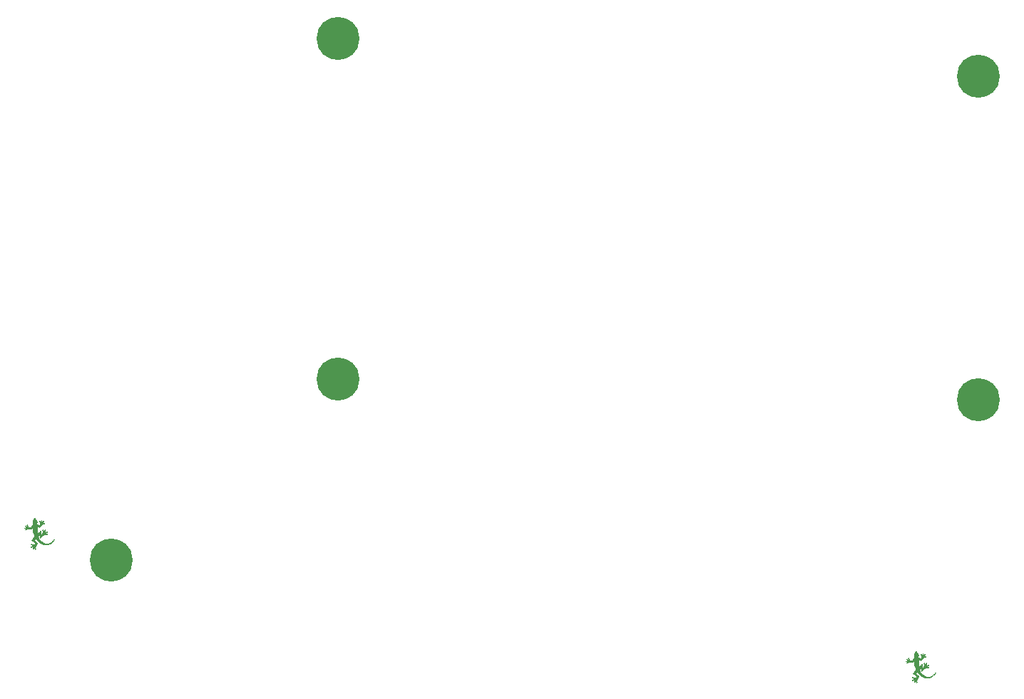
<source format=gbr>
G04 #@! TF.GenerationSoftware,KiCad,Pcbnew,(6.0.2-0)*
G04 #@! TF.CreationDate,2022-03-06T15:41:21+00:00*
G04 #@! TF.ProjectId,SofleKeyboardTopPlate,536f666c-654b-4657-9962-6f617264546f,rev?*
G04 #@! TF.SameCoordinates,Original*
G04 #@! TF.FileFunction,Soldermask,Bot*
G04 #@! TF.FilePolarity,Negative*
%FSLAX46Y46*%
G04 Gerber Fmt 4.6, Leading zero omitted, Abs format (unit mm)*
G04 Created by KiCad (PCBNEW (6.0.2-0)) date 2022-03-06 15:41:21*
%MOMM*%
%LPD*%
G01*
G04 APERTURE LIST*
%ADD10C,0.010000*%
%ADD11C,5.100000*%
G04 APERTURE END LIST*
D10*
X94893682Y-115454032D02*
X94865434Y-115498878D01*
X94865434Y-115498878D02*
X94834394Y-115568368D01*
X94834394Y-115568368D02*
X94820722Y-115603363D01*
X94820722Y-115603363D02*
X94798156Y-115659544D01*
X94798156Y-115659544D02*
X94777259Y-115705842D01*
X94777259Y-115705842D02*
X94760261Y-115737691D01*
X94760261Y-115737691D02*
X94749388Y-115750526D01*
X94749388Y-115750526D02*
X94748875Y-115750595D01*
X94748875Y-115750595D02*
X94737487Y-115762147D01*
X94737487Y-115762147D02*
X94733008Y-115793160D01*
X94733008Y-115793160D02*
X94733000Y-115794792D01*
X94733000Y-115794792D02*
X94728003Y-115836612D01*
X94728003Y-115836612D02*
X94715730Y-115881809D01*
X94715730Y-115881809D02*
X94713292Y-115888243D01*
X94713292Y-115888243D02*
X94704920Y-115912436D01*
X94704920Y-115912436D02*
X94700574Y-115937074D01*
X94700574Y-115937074D02*
X94700222Y-115968171D01*
X94700222Y-115968171D02*
X94703835Y-116011743D01*
X94703835Y-116011743D02*
X94711384Y-116073805D01*
X94711384Y-116073805D02*
X94712342Y-116081171D01*
X94712342Y-116081171D02*
X94731102Y-116224841D01*
X94731102Y-116224841D02*
X94590128Y-116409995D01*
X94590128Y-116409995D02*
X94545145Y-116469074D01*
X94545145Y-116469074D02*
X94505675Y-116520909D01*
X94505675Y-116520909D02*
X94474213Y-116562224D01*
X94474213Y-116562224D02*
X94453252Y-116589744D01*
X94453252Y-116589744D02*
X94445326Y-116600143D01*
X94445326Y-116600143D02*
X94431296Y-116600137D01*
X94431296Y-116600137D02*
X94399396Y-116593278D01*
X94399396Y-116593278D02*
X94355616Y-116581427D01*
X94355616Y-116581427D02*
X94305942Y-116566447D01*
X94305942Y-116566447D02*
X94256363Y-116550200D01*
X94256363Y-116550200D02*
X94212868Y-116534549D01*
X94212868Y-116534549D02*
X94181444Y-116521356D01*
X94181444Y-116521356D02*
X94169624Y-116514398D01*
X94169624Y-116514398D02*
X94148898Y-116488792D01*
X94148898Y-116488792D02*
X94124151Y-116447920D01*
X94124151Y-116447920D02*
X94099154Y-116399484D01*
X94099154Y-116399484D02*
X94077676Y-116351187D01*
X94077676Y-116351187D02*
X94063489Y-116310730D01*
X94063489Y-116310730D02*
X94059900Y-116290268D01*
X94059900Y-116290268D02*
X94051739Y-116261887D01*
X94051739Y-116261887D02*
X94032361Y-116248151D01*
X94032361Y-116248151D02*
X94009426Y-116253704D01*
X94009426Y-116253704D02*
X94005390Y-116257230D01*
X94005390Y-116257230D02*
X93997289Y-116275419D01*
X93997289Y-116275419D02*
X94006244Y-116296844D01*
X94006244Y-116296844D02*
X94015510Y-116324125D01*
X94015510Y-116324125D02*
X94021078Y-116364532D01*
X94021078Y-116364532D02*
X94021800Y-116384571D01*
X94021800Y-116384571D02*
X94018054Y-116428386D01*
X94018054Y-116428386D02*
X94005299Y-116452353D01*
X94005299Y-116452353D02*
X93981268Y-116456956D01*
X93981268Y-116456956D02*
X93943689Y-116442678D01*
X93943689Y-116442678D02*
X93893155Y-116411918D01*
X93893155Y-116411918D02*
X93848450Y-116382694D01*
X93848450Y-116382694D02*
X93819994Y-116366692D01*
X93819994Y-116366692D02*
X93803243Y-116362548D01*
X93803243Y-116362548D02*
X93793653Y-116368898D01*
X93793653Y-116368898D02*
X93788168Y-116380396D01*
X93788168Y-116380396D02*
X93786387Y-116408223D01*
X93786387Y-116408223D02*
X93805657Y-116422436D01*
X93805657Y-116422436D02*
X93818283Y-116423700D01*
X93818283Y-116423700D02*
X93840777Y-116433822D01*
X93840777Y-116433822D02*
X93868193Y-116459034D01*
X93868193Y-116459034D02*
X93894304Y-116491604D01*
X93894304Y-116491604D02*
X93912882Y-116523800D01*
X93912882Y-116523800D02*
X93917828Y-116547289D01*
X93917828Y-116547289D02*
X93904425Y-116565955D01*
X93904425Y-116565955D02*
X93876210Y-116586072D01*
X93876210Y-116586072D02*
X93841608Y-116603490D01*
X93841608Y-116603490D02*
X93809045Y-116614061D01*
X93809045Y-116614061D02*
X93786945Y-116613635D01*
X93786945Y-116613635D02*
X93785285Y-116612560D01*
X93785285Y-116612560D02*
X93763412Y-116606743D01*
X93763412Y-116606743D02*
X93740731Y-116614223D01*
X93740731Y-116614223D02*
X93729903Y-116630685D01*
X93729903Y-116630685D02*
X93729895Y-116631433D01*
X93729895Y-116631433D02*
X93738263Y-116661269D01*
X93738263Y-116661269D02*
X93759293Y-116671722D01*
X93759293Y-116671722D02*
X93778050Y-116666311D01*
X93778050Y-116666311D02*
X93810059Y-116656136D01*
X93810059Y-116656136D02*
X93850843Y-116651960D01*
X93850843Y-116651960D02*
X93891957Y-116653474D01*
X93891957Y-116653474D02*
X93924955Y-116660373D01*
X93924955Y-116660373D02*
X93941352Y-116672245D01*
X93941352Y-116672245D02*
X93937176Y-116691525D01*
X93937176Y-116691525D02*
X93919006Y-116719735D01*
X93919006Y-116719735D02*
X93892855Y-116750156D01*
X93892855Y-116750156D02*
X93864735Y-116776069D01*
X93864735Y-116776069D02*
X93840659Y-116790755D01*
X93840659Y-116790755D02*
X93834190Y-116792000D01*
X93834190Y-116792000D02*
X93821499Y-116800785D01*
X93821499Y-116800785D02*
X93821030Y-116820531D01*
X93821030Y-116820531D02*
X93830536Y-116841321D01*
X93830536Y-116841321D02*
X93847772Y-116853239D01*
X93847772Y-116853239D02*
X93848076Y-116853299D01*
X93848076Y-116853299D02*
X93870276Y-116847040D01*
X93870276Y-116847040D02*
X93877713Y-116832805D01*
X93877713Y-116832805D02*
X93891838Y-116816503D01*
X93891838Y-116816503D02*
X93923698Y-116794374D01*
X93923698Y-116794374D02*
X93967227Y-116769464D01*
X93967227Y-116769464D02*
X94016362Y-116744819D01*
X94016362Y-116744819D02*
X94065037Y-116723484D01*
X94065037Y-116723484D02*
X94107187Y-116708507D01*
X94107187Y-116708507D02*
X94136304Y-116702933D01*
X94136304Y-116702933D02*
X94159951Y-116704720D01*
X94159951Y-116704720D02*
X94203189Y-116709741D01*
X94203189Y-116709741D02*
X94260515Y-116717294D01*
X94260515Y-116717294D02*
X94326427Y-116726677D01*
X94326427Y-116726677D02*
X94349206Y-116730069D01*
X94349206Y-116730069D02*
X94413814Y-116739436D01*
X94413814Y-116739436D02*
X94468812Y-116746728D01*
X94468812Y-116746728D02*
X94509656Y-116751395D01*
X94509656Y-116751395D02*
X94531802Y-116752888D01*
X94531802Y-116752888D02*
X94534418Y-116752461D01*
X94534418Y-116752461D02*
X94542150Y-116740453D01*
X94542150Y-116740453D02*
X94560703Y-116710898D01*
X94560703Y-116710898D02*
X94587541Y-116667852D01*
X94587541Y-116667852D02*
X94620132Y-116615373D01*
X94620132Y-116615373D02*
X94630967Y-116597887D01*
X94630967Y-116597887D02*
X94664719Y-116544209D01*
X94664719Y-116544209D02*
X94693652Y-116499739D01*
X94693652Y-116499739D02*
X94715250Y-116468227D01*
X94715250Y-116468227D02*
X94726996Y-116453425D01*
X94726996Y-116453425D02*
X94728282Y-116452847D01*
X94728282Y-116452847D02*
X94728779Y-116466252D01*
X94728779Y-116466252D02*
X94727775Y-116501575D01*
X94727775Y-116501575D02*
X94725431Y-116555393D01*
X94725431Y-116555393D02*
X94721908Y-116624278D01*
X94721908Y-116624278D02*
X94717370Y-116704805D01*
X94717370Y-116704805D02*
X94712805Y-116780310D01*
X94712805Y-116780310D02*
X94692707Y-117103150D01*
X94692707Y-117103150D02*
X94820765Y-117348899D01*
X94820765Y-117348899D02*
X94857854Y-117421453D01*
X94857854Y-117421453D02*
X94889926Y-117486857D01*
X94889926Y-117486857D02*
X94915395Y-117541654D01*
X94915395Y-117541654D02*
X94932679Y-117582389D01*
X94932679Y-117582389D02*
X94940192Y-117605605D01*
X94940192Y-117605605D02*
X94940086Y-117609249D01*
X94940086Y-117609249D02*
X94930350Y-117623371D01*
X94930350Y-117623371D02*
X94907897Y-117654880D01*
X94907897Y-117654880D02*
X94874981Y-117700643D01*
X94874981Y-117700643D02*
X94833858Y-117757531D01*
X94833858Y-117757531D02*
X94786783Y-117822410D01*
X94786783Y-117822410D02*
X94762070Y-117856386D01*
X94762070Y-117856386D02*
X94713262Y-117923707D01*
X94713262Y-117923707D02*
X94669707Y-117984305D01*
X94669707Y-117984305D02*
X94633569Y-118035125D01*
X94633569Y-118035125D02*
X94607013Y-118073114D01*
X94607013Y-118073114D02*
X94592203Y-118095217D01*
X94592203Y-118095217D02*
X94589872Y-118099381D01*
X94589872Y-118099381D02*
X94598814Y-118109580D01*
X94598814Y-118109580D02*
X94625480Y-118132363D01*
X94625480Y-118132363D02*
X94666993Y-118165460D01*
X94666993Y-118165460D02*
X94720475Y-118206601D01*
X94720475Y-118206601D02*
X94783047Y-118253513D01*
X94783047Y-118253513D02*
X94815550Y-118277476D01*
X94815550Y-118277476D02*
X94881842Y-118326368D01*
X94881842Y-118326368D02*
X94940882Y-118370442D01*
X94940882Y-118370442D02*
X94989696Y-118407436D01*
X94989696Y-118407436D02*
X95025314Y-118435088D01*
X95025314Y-118435088D02*
X95044763Y-118451136D01*
X95044763Y-118451136D02*
X95047476Y-118454032D01*
X95047476Y-118454032D02*
X95040229Y-118467292D01*
X95040229Y-118467292D02*
X95016520Y-118488562D01*
X95016520Y-118488562D02*
X94982225Y-118513763D01*
X94982225Y-118513763D02*
X94943223Y-118538821D01*
X94943223Y-118538821D02*
X94905392Y-118559657D01*
X94905392Y-118559657D02*
X94879050Y-118570839D01*
X94879050Y-118570839D02*
X94833164Y-118579922D01*
X94833164Y-118579922D02*
X94767106Y-118584321D01*
X94767106Y-118584321D02*
X94701250Y-118584175D01*
X94701250Y-118584175D02*
X94640093Y-118581721D01*
X94640093Y-118581721D02*
X94598724Y-118577641D01*
X94598724Y-118577641D02*
X94571538Y-118570895D01*
X94571538Y-118570895D02*
X94552930Y-118560443D01*
X94552930Y-118560443D02*
X94547285Y-118555604D01*
X94547285Y-118555604D02*
X94526698Y-118539050D01*
X94526698Y-118539050D02*
X94512432Y-118540003D01*
X94512432Y-118540003D02*
X94498929Y-118551885D01*
X94498929Y-118551885D02*
X94484905Y-118575517D01*
X94484905Y-118575517D02*
X94484620Y-118591726D01*
X94484620Y-118591726D02*
X94490957Y-118611187D01*
X94490957Y-118611187D02*
X94491700Y-118615488D01*
X94491700Y-118615488D02*
X94502769Y-118619205D01*
X94502769Y-118619205D02*
X94529469Y-118620798D01*
X94529469Y-118620798D02*
X94530223Y-118620800D01*
X94530223Y-118620800D02*
X94563523Y-118626577D01*
X94563523Y-118626577D02*
X94606650Y-118641359D01*
X94606650Y-118641359D02*
X94632607Y-118653161D01*
X94632607Y-118653161D02*
X94669477Y-118673540D01*
X94669477Y-118673540D02*
X94687957Y-118690044D01*
X94687957Y-118690044D02*
X94693187Y-118708357D01*
X94693187Y-118708357D02*
X94692510Y-118719379D01*
X94692510Y-118719379D02*
X94684345Y-118742615D01*
X94684345Y-118742615D02*
X94662546Y-118764699D01*
X94662546Y-118764699D02*
X94622248Y-118790414D01*
X94622248Y-118790414D02*
X94617502Y-118793095D01*
X94617502Y-118793095D02*
X94574605Y-118815607D01*
X94574605Y-118815607D02*
X94535828Y-118833330D01*
X94535828Y-118833330D02*
X94514128Y-118841067D01*
X94514128Y-118841067D02*
X94483914Y-118857217D01*
X94483914Y-118857217D02*
X94471520Y-118881960D01*
X94471520Y-118881960D02*
X94480336Y-118908159D01*
X94480336Y-118908159D02*
X94505264Y-118923852D01*
X94505264Y-118923852D02*
X94531412Y-118921340D01*
X94531412Y-118921340D02*
X94548396Y-118901630D01*
X94548396Y-118901630D02*
X94548420Y-118901557D01*
X94548420Y-118901557D02*
X94560561Y-118885989D01*
X94560561Y-118885989D02*
X94588766Y-118873518D01*
X94588766Y-118873518D02*
X94637650Y-118862119D01*
X94637650Y-118862119D02*
X94638811Y-118861899D01*
X94638811Y-118861899D02*
X94683800Y-118854096D01*
X94683800Y-118854096D02*
X94710854Y-118852285D01*
X94710854Y-118852285D02*
X94726851Y-118857023D01*
X94726851Y-118857023D02*
X94738666Y-118868867D01*
X94738666Y-118868867D02*
X94739582Y-118870067D01*
X94739582Y-118870067D02*
X94751588Y-118889540D01*
X94751588Y-118889540D02*
X94756914Y-118911828D01*
X94756914Y-118911828D02*
X94756224Y-118944397D01*
X94756224Y-118944397D02*
X94750471Y-118992609D01*
X94750471Y-118992609D02*
X94741295Y-119033200D01*
X94741295Y-119033200D02*
X94726566Y-119053337D01*
X94726566Y-119053337D02*
X94718693Y-119056700D01*
X94718693Y-119056700D02*
X94702346Y-119066329D01*
X94702346Y-119066329D02*
X94703827Y-119087066D01*
X94703827Y-119087066D02*
X94705780Y-119092693D01*
X94705780Y-119092693D02*
X94724482Y-119119723D01*
X94724482Y-119119723D02*
X94748416Y-119127086D01*
X94748416Y-119127086D02*
X94769892Y-119114570D01*
X94769892Y-119114570D02*
X94779142Y-119094699D01*
X94779142Y-119094699D02*
X94789467Y-119062443D01*
X94789467Y-119062443D02*
X94806004Y-119019388D01*
X94806004Y-119019388D02*
X94816801Y-118993925D01*
X94816801Y-118993925D02*
X94838506Y-118952148D01*
X94838506Y-118952148D02*
X94859600Y-118929869D01*
X94859600Y-118929869D02*
X94878093Y-118922674D01*
X94878093Y-118922674D02*
X94896062Y-118921182D01*
X94896062Y-118921182D02*
X94908576Y-118928440D01*
X94908576Y-118928440D02*
X94919448Y-118949456D01*
X94919448Y-118949456D02*
X94932491Y-118989235D01*
X94932491Y-118989235D02*
X94934923Y-118997305D01*
X94934923Y-118997305D02*
X94946485Y-119043116D01*
X94946485Y-119043116D02*
X94952604Y-119082470D01*
X94952604Y-119082470D02*
X94952219Y-119104780D01*
X94952219Y-119104780D02*
X94954364Y-119132634D01*
X94954364Y-119132634D02*
X94972007Y-119149417D01*
X94972007Y-119149417D02*
X94996559Y-119152110D01*
X94996559Y-119152110D02*
X95019427Y-119137697D01*
X95019427Y-119137697D02*
X95024387Y-119130133D01*
X95024387Y-119130133D02*
X95029642Y-119105782D01*
X95029642Y-119105782D02*
X95017148Y-119089370D01*
X95017148Y-119089370D02*
X95008189Y-119078222D01*
X95008189Y-119078222D02*
X95003115Y-119059795D01*
X95003115Y-119059795D02*
X95001549Y-119029159D01*
X95001549Y-119029159D02*
X95003114Y-118981383D01*
X95003114Y-118981383D02*
X95005631Y-118938811D01*
X95005631Y-118938811D02*
X95009137Y-118888646D01*
X95009137Y-118888646D02*
X95013783Y-118848358D01*
X95013783Y-118848358D02*
X95021652Y-118813756D01*
X95021652Y-118813756D02*
X95034827Y-118780648D01*
X95034827Y-118780648D02*
X95055389Y-118744843D01*
X95055389Y-118744843D02*
X95085422Y-118702149D01*
X95085422Y-118702149D02*
X95127009Y-118648374D01*
X95127009Y-118648374D02*
X95182233Y-118579327D01*
X95182233Y-118579327D02*
X95187522Y-118572744D01*
X95187522Y-118572744D02*
X95219207Y-118534556D01*
X95219207Y-118534556D02*
X95243419Y-118505072D01*
X95243419Y-118505072D02*
X95258940Y-118481175D01*
X95258940Y-118481175D02*
X95264555Y-118459746D01*
X95264555Y-118459746D02*
X95259048Y-118437667D01*
X95259048Y-118437667D02*
X95241202Y-118411818D01*
X95241202Y-118411818D02*
X95209802Y-118379081D01*
X95209802Y-118379081D02*
X95163632Y-118336338D01*
X95163632Y-118336338D02*
X95101475Y-118280471D01*
X95101475Y-118280471D02*
X95058352Y-118241490D01*
X95058352Y-118241490D02*
X94882054Y-118081215D01*
X94882054Y-118081215D02*
X94987117Y-117982707D01*
X94987117Y-117982707D02*
X95029554Y-117943541D01*
X95029554Y-117943541D02*
X95065210Y-117911801D01*
X95065210Y-117911801D02*
X95090078Y-117890976D01*
X95090078Y-117890976D02*
X95099916Y-117884448D01*
X95099916Y-117884448D02*
X95109460Y-117894630D01*
X95109460Y-117894630D02*
X95129102Y-117921920D01*
X95129102Y-117921920D02*
X95155673Y-117961764D01*
X95155673Y-117961764D02*
X95177034Y-117995224D01*
X95177034Y-117995224D02*
X95236092Y-118078294D01*
X95236092Y-118078294D02*
X95310742Y-118166610D01*
X95310742Y-118166610D02*
X95394314Y-118253183D01*
X95394314Y-118253183D02*
X95480140Y-118331026D01*
X95480140Y-118331026D02*
X95547686Y-118383560D01*
X95547686Y-118383560D02*
X95617406Y-118427960D01*
X95617406Y-118427960D02*
X95700824Y-118473371D01*
X95700824Y-118473371D02*
X95789379Y-118515697D01*
X95789379Y-118515697D02*
X95874512Y-118550837D01*
X95874512Y-118550837D02*
X95945850Y-118574214D01*
X95945850Y-118574214D02*
X96031598Y-118592799D01*
X96031598Y-118592799D02*
X96128428Y-118606921D01*
X96128428Y-118606921D02*
X96226482Y-118615588D01*
X96226482Y-118615588D02*
X96315897Y-118617808D01*
X96315897Y-118617808D02*
X96359133Y-118615816D01*
X96359133Y-118615816D02*
X96511028Y-118590813D01*
X96511028Y-118590813D02*
X96657582Y-118542030D01*
X96657582Y-118542030D02*
X96796703Y-118470877D01*
X96796703Y-118470877D02*
X96926298Y-118378765D01*
X96926298Y-118378765D02*
X97044276Y-118267106D01*
X97044276Y-118267106D02*
X97148546Y-118137309D01*
X97148546Y-118137309D02*
X97208517Y-118042950D01*
X97208517Y-118042950D02*
X97237790Y-117992150D01*
X97237790Y-117992150D02*
X97202554Y-118036600D01*
X97202554Y-118036600D02*
X97159556Y-118086400D01*
X97159556Y-118086400D02*
X97104239Y-118144071D01*
X97104239Y-118144071D02*
X97042225Y-118204340D01*
X97042225Y-118204340D02*
X96979138Y-118261931D01*
X96979138Y-118261931D02*
X96920601Y-118311569D01*
X96920601Y-118311569D02*
X96872237Y-118347981D01*
X96872237Y-118347981D02*
X96866600Y-118351721D01*
X96866600Y-118351721D02*
X96740176Y-118420651D01*
X96740176Y-118420651D02*
X96607029Y-118468911D01*
X96607029Y-118468911D02*
X96470949Y-118495852D01*
X96470949Y-118495852D02*
X96335726Y-118500823D01*
X96335726Y-118500823D02*
X96205149Y-118483173D01*
X96205149Y-118483173D02*
X96164045Y-118472369D01*
X96164045Y-118472369D02*
X96084275Y-118443860D01*
X96084275Y-118443860D02*
X95994007Y-118403771D01*
X95994007Y-118403771D02*
X95902416Y-118356592D01*
X95902416Y-118356592D02*
X95818675Y-118306812D01*
X95818675Y-118306812D02*
X95798663Y-118293550D01*
X95798663Y-118293550D02*
X95730204Y-118243689D01*
X95730204Y-118243689D02*
X95668883Y-118191145D01*
X95668883Y-118191145D02*
X95611659Y-118132288D01*
X95611659Y-118132288D02*
X95555488Y-118063490D01*
X95555488Y-118063490D02*
X95497330Y-117981122D01*
X95497330Y-117981122D02*
X95434141Y-117881556D01*
X95434141Y-117881556D02*
X95386846Y-117802344D01*
X95386846Y-117802344D02*
X95312800Y-117676039D01*
X95312800Y-117676039D02*
X95432475Y-117564936D01*
X95432475Y-117564936D02*
X95477251Y-117524694D01*
X95477251Y-117524694D02*
X95514949Y-117493325D01*
X95514949Y-117493325D02*
X95542049Y-117473572D01*
X95542049Y-117473572D02*
X95555033Y-117468175D01*
X95555033Y-117468175D02*
X95555612Y-117468991D01*
X95555612Y-117468991D02*
X95558064Y-117486795D01*
X95558064Y-117486795D02*
X95562286Y-117524592D01*
X95562286Y-117524592D02*
X95567716Y-117577084D01*
X95567716Y-117577084D02*
X95573788Y-117638971D01*
X95573788Y-117638971D02*
X95574662Y-117648129D01*
X95574662Y-117648129D02*
X95590250Y-117812109D01*
X95590250Y-117812109D02*
X95794052Y-117615576D01*
X95794052Y-117615576D02*
X95863065Y-117549500D01*
X95863065Y-117549500D02*
X95917106Y-117499121D01*
X95917106Y-117499121D02*
X95959080Y-117462089D01*
X95959080Y-117462089D02*
X95991893Y-117436058D01*
X95991893Y-117436058D02*
X96018450Y-117418680D01*
X96018450Y-117418680D02*
X96041657Y-117407608D01*
X96041657Y-117407608D02*
X96058249Y-117402132D01*
X96058249Y-117402132D02*
X96103900Y-117394084D01*
X96103900Y-117394084D02*
X96160441Y-117390868D01*
X96160441Y-117390868D02*
X96220859Y-117392064D01*
X96220859Y-117392064D02*
X96278143Y-117397253D01*
X96278143Y-117397253D02*
X96325281Y-117406016D01*
X96325281Y-117406016D02*
X96355263Y-117417934D01*
X96355263Y-117417934D02*
X96357931Y-117420043D01*
X96357931Y-117420043D02*
X96378564Y-117432646D01*
X96378564Y-117432646D02*
X96399041Y-117425093D01*
X96399041Y-117425093D02*
X96402144Y-117422883D01*
X96402144Y-117422883D02*
X96419869Y-117398751D01*
X96419869Y-117398751D02*
X96417059Y-117374377D01*
X96417059Y-117374377D02*
X96396259Y-117358520D01*
X96396259Y-117358520D02*
X96382849Y-117356509D01*
X96382849Y-117356509D02*
X96352992Y-117351155D01*
X96352992Y-117351155D02*
X96312757Y-117338243D01*
X96312757Y-117338243D02*
X96270521Y-117321207D01*
X96270521Y-117321207D02*
X96234660Y-117303477D01*
X96234660Y-117303477D02*
X96213549Y-117288486D01*
X96213549Y-117288486D02*
X96212079Y-117286536D01*
X96212079Y-117286536D02*
X96206706Y-117256468D01*
X96206706Y-117256468D02*
X96226487Y-117224683D01*
X96226487Y-117224683D02*
X96271246Y-117191400D01*
X96271246Y-117191400D02*
X96297846Y-117176828D01*
X96297846Y-117176828D02*
X96341133Y-117155441D01*
X96341133Y-117155441D02*
X96377810Y-117138466D01*
X96377810Y-117138466D02*
X96399875Y-117129602D01*
X96399875Y-117129602D02*
X96418089Y-117113337D01*
X96418089Y-117113337D02*
X96420620Y-117086868D01*
X96420620Y-117086868D02*
X96406860Y-117061239D01*
X96406860Y-117061239D02*
X96381202Y-117046845D01*
X96381202Y-117046845D02*
X96360284Y-117055471D01*
X96360284Y-117055471D02*
X96352715Y-117069935D01*
X96352715Y-117069935D02*
X96337035Y-117087818D01*
X96337035Y-117087818D02*
X96300346Y-117104069D01*
X96300346Y-117104069D02*
X96266134Y-117113859D01*
X96266134Y-117113859D02*
X96222794Y-117124226D01*
X96222794Y-117124226D02*
X96196505Y-117127600D01*
X96196505Y-117127600D02*
X96179810Y-117123658D01*
X96179810Y-117123658D02*
X96165251Y-117112075D01*
X96165251Y-117112075D02*
X96162477Y-117109347D01*
X96162477Y-117109347D02*
X96145729Y-117077710D01*
X96145729Y-117077710D02*
X96139282Y-117033250D01*
X96139282Y-117033250D02*
X96142785Y-116986065D01*
X96142785Y-116986065D02*
X96155888Y-116946249D01*
X96155888Y-116946249D02*
X96168713Y-116929664D01*
X96168713Y-116929664D02*
X96190731Y-116900124D01*
X96190731Y-116900124D02*
X96188593Y-116871306D01*
X96188593Y-116871306D02*
X96179730Y-116859509D01*
X96179730Y-116859509D02*
X96157197Y-116850544D01*
X96157197Y-116850544D02*
X96132720Y-116856461D01*
X96132720Y-116856461D02*
X96118057Y-116873549D01*
X96118057Y-116873549D02*
X96117302Y-116879206D01*
X96117302Y-116879206D02*
X96112439Y-116900947D01*
X96112439Y-116900947D02*
X96099716Y-116937628D01*
X96099716Y-116937628D02*
X96082726Y-116979325D01*
X96082726Y-116979325D02*
X96062687Y-117022297D01*
X96062687Y-117022297D02*
X96046789Y-117046435D01*
X96046789Y-117046435D02*
X96030673Y-117056838D01*
X96030673Y-117056838D02*
X96014885Y-117058700D01*
X96014885Y-117058700D02*
X95995593Y-117056006D01*
X95995593Y-117056006D02*
X95981971Y-117044183D01*
X95981971Y-117044183D02*
X95969837Y-117017615D01*
X95969837Y-117017615D02*
X95958835Y-116983438D01*
X95958835Y-116983438D02*
X95947711Y-116938956D01*
X95947711Y-116938956D02*
X95942255Y-116900878D01*
X95942255Y-116900878D02*
X95942978Y-116881672D01*
X95942978Y-116881672D02*
X95940173Y-116854694D01*
X95940173Y-116854694D02*
X95921489Y-116838385D01*
X95921489Y-116838385D02*
X95895696Y-116837270D01*
X95895696Y-116837270D02*
X95877942Y-116848115D01*
X95877942Y-116848115D02*
X95864497Y-116868616D01*
X95864497Y-116868616D02*
X95871492Y-116891045D01*
X95871492Y-116891045D02*
X95873074Y-116893632D01*
X95873074Y-116893632D02*
X95881015Y-116920301D01*
X95881015Y-116920301D02*
X95886323Y-116968609D01*
X95886323Y-116968609D02*
X95888631Y-117034894D01*
X95888631Y-117034894D02*
X95888700Y-117050131D01*
X95888700Y-117050131D02*
X95888700Y-117181608D01*
X95888700Y-117181608D02*
X95790542Y-117317758D01*
X95790542Y-117317758D02*
X95754737Y-117367889D01*
X95754737Y-117367889D02*
X95727930Y-117403877D01*
X95727930Y-117403877D02*
X95708377Y-117424241D01*
X95708377Y-117424241D02*
X95694338Y-117427498D01*
X95694338Y-117427498D02*
X95684070Y-117412168D01*
X95684070Y-117412168D02*
X95675831Y-117376767D01*
X95675831Y-117376767D02*
X95667880Y-117319814D01*
X95667880Y-117319814D02*
X95658474Y-117239826D01*
X95658474Y-117239826D02*
X95653977Y-117201575D01*
X95653977Y-117201575D02*
X95645573Y-117134901D01*
X95645573Y-117134901D02*
X95637524Y-117078172D01*
X95637524Y-117078172D02*
X95630513Y-117035697D01*
X95630513Y-117035697D02*
X95625224Y-117011783D01*
X95625224Y-117011783D02*
X95623292Y-117008104D01*
X95623292Y-117008104D02*
X95611972Y-117016297D01*
X95611972Y-117016297D02*
X95584830Y-117039038D01*
X95584830Y-117039038D02*
X95544816Y-117073761D01*
X95544816Y-117073761D02*
X95494878Y-117117903D01*
X95494878Y-117117903D02*
X95437965Y-117168897D01*
X95437965Y-117168897D02*
X95426185Y-117179530D01*
X95426185Y-117179530D02*
X95368615Y-117231288D01*
X95368615Y-117231288D02*
X95317808Y-117276453D01*
X95317808Y-117276453D02*
X95276619Y-117312530D01*
X95276619Y-117312530D02*
X95247903Y-117337023D01*
X95247903Y-117337023D02*
X95234515Y-117347436D01*
X95234515Y-117347436D02*
X95233917Y-117347601D01*
X95233917Y-117347601D02*
X95233669Y-117334505D01*
X95233669Y-117334505D02*
X95234909Y-117300703D01*
X95234909Y-117300703D02*
X95237419Y-117250832D01*
X95237419Y-117250832D02*
X95240982Y-117189527D01*
X95240982Y-117189527D02*
X95242411Y-117166650D01*
X95242411Y-117166650D02*
X95245971Y-117098195D01*
X95245971Y-117098195D02*
X95247378Y-117033160D01*
X95247378Y-117033160D02*
X95246458Y-116965824D01*
X95246458Y-116965824D02*
X95243035Y-116890471D01*
X95243035Y-116890471D02*
X95236936Y-116801382D01*
X95236936Y-116801382D02*
X95227984Y-116692839D01*
X95227984Y-116692839D02*
X95227899Y-116691862D01*
X95227899Y-116691862D02*
X95220780Y-116607940D01*
X95220780Y-116607940D02*
X95214745Y-116532878D01*
X95214745Y-116532878D02*
X95210052Y-116470233D01*
X95210052Y-116470233D02*
X95206960Y-116423560D01*
X95206960Y-116423560D02*
X95205727Y-116396417D01*
X95205727Y-116396417D02*
X95206012Y-116390954D01*
X95206012Y-116390954D02*
X95217911Y-116395274D01*
X95217911Y-116395274D02*
X95247534Y-116409906D01*
X95247534Y-116409906D02*
X95290527Y-116432606D01*
X95290527Y-116432606D02*
X95342535Y-116461130D01*
X95342535Y-116461130D02*
X95347083Y-116463667D01*
X95347083Y-116463667D02*
X95399551Y-116492523D01*
X95399551Y-116492523D02*
X95443275Y-116515695D01*
X95443275Y-116515695D02*
X95473931Y-116530956D01*
X95473931Y-116530956D02*
X95487197Y-116536078D01*
X95487197Y-116536078D02*
X95487384Y-116535975D01*
X95487384Y-116535975D02*
X95507673Y-116510222D01*
X95507673Y-116510222D02*
X95539600Y-116472131D01*
X95539600Y-116472131D02*
X95579851Y-116425416D01*
X95579851Y-116425416D02*
X95625114Y-116373791D01*
X95625114Y-116373791D02*
X95672074Y-116320970D01*
X95672074Y-116320970D02*
X95717420Y-116270667D01*
X95717420Y-116270667D02*
X95757837Y-116226596D01*
X95757837Y-116226596D02*
X95790012Y-116192470D01*
X95790012Y-116192470D02*
X95810633Y-116172004D01*
X95810633Y-116172004D02*
X95815628Y-116168026D01*
X95815628Y-116168026D02*
X95858934Y-116148180D01*
X95858934Y-116148180D02*
X95909328Y-116130003D01*
X95909328Y-116130003D02*
X95959920Y-116115384D01*
X95959920Y-116115384D02*
X96003821Y-116106210D01*
X96003821Y-116106210D02*
X96034143Y-116104370D01*
X96034143Y-116104370D02*
X96041142Y-116106222D01*
X96041142Y-116106222D02*
X96066121Y-116108383D01*
X96066121Y-116108383D02*
X96084990Y-116093098D01*
X96084990Y-116093098D02*
X96089323Y-116068218D01*
X96089323Y-116068218D02*
X96087724Y-116062834D01*
X96087724Y-116062834D02*
X96078761Y-116053451D01*
X96078761Y-116053451D02*
X96057816Y-116049194D01*
X96057816Y-116049194D02*
X96019833Y-116049504D01*
X96019833Y-116049504D02*
X95986626Y-116051660D01*
X95986626Y-116051660D02*
X95938423Y-116054864D01*
X95938423Y-116054864D02*
X95909705Y-116054548D01*
X95909705Y-116054548D02*
X95894653Y-116049407D01*
X95894653Y-116049407D02*
X95887447Y-116038136D01*
X95887447Y-116038136D02*
X95884706Y-116028797D01*
X95884706Y-116028797D02*
X95883787Y-116000641D01*
X95883787Y-116000641D02*
X95897215Y-115969205D01*
X95897215Y-115969205D02*
X95927369Y-115930287D01*
X95927369Y-115930287D02*
X95959694Y-115896352D01*
X95959694Y-115896352D02*
X95988510Y-115860940D01*
X95988510Y-115860940D02*
X95997254Y-115833914D01*
X95997254Y-115833914D02*
X95985760Y-115817707D01*
X95985760Y-115817707D02*
X95965299Y-115814100D01*
X95965299Y-115814100D02*
X95943594Y-115822952D01*
X95943594Y-115822952D02*
X95939478Y-115836325D01*
X95939478Y-115836325D02*
X95928728Y-115857368D01*
X95928728Y-115857368D02*
X95901809Y-115881479D01*
X95901809Y-115881479D02*
X95866663Y-115903735D01*
X95866663Y-115903735D02*
X95831235Y-115919215D01*
X95831235Y-115919215D02*
X95803464Y-115923000D01*
X95803464Y-115923000D02*
X95800673Y-115922326D01*
X95800673Y-115922326D02*
X95780541Y-115904677D01*
X95780541Y-115904677D02*
X95763212Y-115871074D01*
X95763212Y-115871074D02*
X95751625Y-115830960D01*
X95751625Y-115830960D02*
X95748722Y-115793780D01*
X95748722Y-115793780D02*
X95754225Y-115773141D01*
X95754225Y-115773141D02*
X95760240Y-115748657D01*
X95760240Y-115748657D02*
X95752711Y-115736530D01*
X95752711Y-115736530D02*
X95729824Y-115726958D01*
X95729824Y-115726958D02*
X95709085Y-115736782D01*
X95709085Y-115736782D02*
X95699517Y-115760944D01*
X95699517Y-115760944D02*
X95699663Y-115766273D01*
X95699663Y-115766273D02*
X95700747Y-115795843D01*
X95700747Y-115795843D02*
X95700672Y-115838178D01*
X95700672Y-115838178D02*
X95700176Y-115860243D01*
X95700176Y-115860243D02*
X95697076Y-115900675D01*
X95697076Y-115900675D02*
X95689331Y-115922301D01*
X95689331Y-115922301D02*
X95674545Y-115931617D01*
X95674545Y-115931617D02*
X95673767Y-115931826D01*
X95673767Y-115931826D02*
X95651212Y-115926149D01*
X95651212Y-115926149D02*
X95623007Y-115903866D01*
X95623007Y-115903866D02*
X95594873Y-115871085D01*
X95594873Y-115871085D02*
X95572534Y-115833913D01*
X95572534Y-115833913D02*
X95565565Y-115816350D01*
X95565565Y-115816350D02*
X95550069Y-115793779D01*
X95550069Y-115793779D02*
X95528964Y-115791134D01*
X95528964Y-115791134D02*
X95505547Y-115802634D01*
X95505547Y-115802634D02*
X95497679Y-115822096D01*
X95497679Y-115822096D02*
X95507457Y-115840056D01*
X95507457Y-115840056D02*
X95517070Y-115844792D01*
X95517070Y-115844792D02*
X95531615Y-115859956D01*
X95531615Y-115859956D02*
X95549483Y-115893496D01*
X95549483Y-115893496D02*
X95568371Y-115939017D01*
X95568371Y-115939017D02*
X95585975Y-115990127D01*
X95585975Y-115990127D02*
X95599991Y-116040432D01*
X95599991Y-116040432D02*
X95608115Y-116083538D01*
X95608115Y-116083538D02*
X95609248Y-116100606D01*
X95609248Y-116100606D02*
X95601347Y-116132520D01*
X95601347Y-116132520D02*
X95578771Y-116180604D01*
X95578771Y-116180604D02*
X95543112Y-116241517D01*
X95543112Y-116241517D02*
X95538770Y-116248371D01*
X95538770Y-116248371D02*
X95468345Y-116358792D01*
X95468345Y-116358792D02*
X95332448Y-116287703D01*
X95332448Y-116287703D02*
X95278962Y-116259472D01*
X95278962Y-116259472D02*
X95233738Y-116235129D01*
X95233738Y-116235129D02*
X95201536Y-116217270D01*
X95201536Y-116217270D02*
X95187119Y-116208489D01*
X95187119Y-116208489D02*
X95187111Y-116208482D01*
X95187111Y-116208482D02*
X95184221Y-116193248D01*
X95184221Y-116193248D02*
X95183666Y-116158246D01*
X95183666Y-116158246D02*
X95185395Y-116108997D01*
X95185395Y-116108997D02*
X95188489Y-116061748D01*
X95188489Y-116061748D02*
X95192900Y-115997974D01*
X95192900Y-115997974D02*
X95194095Y-115953072D01*
X95194095Y-115953072D02*
X95191653Y-115920671D01*
X95191653Y-115920671D02*
X95185156Y-115894398D01*
X95185156Y-115894398D02*
X95175982Y-115871798D01*
X95175982Y-115871798D02*
X95161004Y-115829579D01*
X95161004Y-115829579D02*
X95152856Y-115788687D01*
X95152856Y-115788687D02*
X95152379Y-115780106D01*
X95152379Y-115780106D02*
X95146030Y-115746906D01*
X95146030Y-115746906D02*
X95132070Y-115735656D01*
X95132070Y-115735656D02*
X95118731Y-115722905D01*
X95118731Y-115722905D02*
X95098123Y-115691243D01*
X95098123Y-115691243D02*
X95072912Y-115645136D01*
X95072912Y-115645136D02*
X95049984Y-115598200D01*
X95049984Y-115598200D02*
X95011293Y-115520369D01*
X95011293Y-115520369D02*
X94977944Y-115467000D01*
X94977944Y-115467000D02*
X94948310Y-115438130D01*
X94948310Y-115438130D02*
X94920765Y-115433795D01*
X94920765Y-115433795D02*
X94893682Y-115454032D01*
X94893682Y-115454032D02*
X94893682Y-115454032D01*
G36*
X94948310Y-115438130D02*
G01*
X94977944Y-115467000D01*
X95011293Y-115520369D01*
X95049984Y-115598200D01*
X95072912Y-115645136D01*
X95098123Y-115691243D01*
X95118731Y-115722905D01*
X95132070Y-115735656D01*
X95146030Y-115746906D01*
X95152379Y-115780106D01*
X95152856Y-115788687D01*
X95161004Y-115829579D01*
X95175982Y-115871798D01*
X95185156Y-115894398D01*
X95191653Y-115920671D01*
X95194095Y-115953072D01*
X95192900Y-115997974D01*
X95188489Y-116061748D01*
X95185395Y-116108997D01*
X95183666Y-116158246D01*
X95184221Y-116193248D01*
X95187111Y-116208482D01*
X95187119Y-116208489D01*
X95201536Y-116217270D01*
X95233738Y-116235129D01*
X95278962Y-116259472D01*
X95332448Y-116287703D01*
X95468345Y-116358792D01*
X95538770Y-116248371D01*
X95543112Y-116241517D01*
X95578771Y-116180604D01*
X95601347Y-116132520D01*
X95609248Y-116100606D01*
X95608115Y-116083538D01*
X95599991Y-116040432D01*
X95585975Y-115990127D01*
X95568371Y-115939017D01*
X95549483Y-115893496D01*
X95531615Y-115859956D01*
X95517070Y-115844792D01*
X95507457Y-115840056D01*
X95497679Y-115822096D01*
X95505547Y-115802634D01*
X95528964Y-115791134D01*
X95550069Y-115793779D01*
X95565565Y-115816350D01*
X95572534Y-115833913D01*
X95594873Y-115871085D01*
X95623007Y-115903866D01*
X95651212Y-115926149D01*
X95673767Y-115931826D01*
X95674545Y-115931617D01*
X95689331Y-115922301D01*
X95697076Y-115900675D01*
X95700176Y-115860243D01*
X95700672Y-115838178D01*
X95700747Y-115795843D01*
X95699663Y-115766273D01*
X95699517Y-115760944D01*
X95709085Y-115736782D01*
X95729824Y-115726958D01*
X95752711Y-115736530D01*
X95760240Y-115748657D01*
X95754225Y-115773141D01*
X95748722Y-115793780D01*
X95751625Y-115830960D01*
X95763212Y-115871074D01*
X95780541Y-115904677D01*
X95800673Y-115922326D01*
X95803464Y-115923000D01*
X95831235Y-115919215D01*
X95866663Y-115903735D01*
X95901809Y-115881479D01*
X95928728Y-115857368D01*
X95939478Y-115836325D01*
X95943594Y-115822952D01*
X95965299Y-115814100D01*
X95985760Y-115817707D01*
X95997254Y-115833914D01*
X95988510Y-115860940D01*
X95959694Y-115896352D01*
X95927369Y-115930287D01*
X95897215Y-115969205D01*
X95883787Y-116000641D01*
X95884706Y-116028797D01*
X95887447Y-116038136D01*
X95894653Y-116049407D01*
X95909705Y-116054548D01*
X95938423Y-116054864D01*
X95986626Y-116051660D01*
X96019833Y-116049504D01*
X96057816Y-116049194D01*
X96078761Y-116053451D01*
X96087724Y-116062834D01*
X96089323Y-116068218D01*
X96084990Y-116093098D01*
X96066121Y-116108383D01*
X96041142Y-116106222D01*
X96034143Y-116104370D01*
X96003821Y-116106210D01*
X95959920Y-116115384D01*
X95909328Y-116130003D01*
X95858934Y-116148180D01*
X95815628Y-116168026D01*
X95810633Y-116172004D01*
X95790012Y-116192470D01*
X95757837Y-116226596D01*
X95717420Y-116270667D01*
X95672074Y-116320970D01*
X95625114Y-116373791D01*
X95579851Y-116425416D01*
X95539600Y-116472131D01*
X95507673Y-116510222D01*
X95487384Y-116535975D01*
X95487197Y-116536078D01*
X95473931Y-116530956D01*
X95443275Y-116515695D01*
X95399551Y-116492523D01*
X95347083Y-116463667D01*
X95342535Y-116461130D01*
X95290527Y-116432606D01*
X95247534Y-116409906D01*
X95217911Y-116395274D01*
X95206012Y-116390954D01*
X95205727Y-116396417D01*
X95206960Y-116423560D01*
X95210052Y-116470233D01*
X95214745Y-116532878D01*
X95220780Y-116607940D01*
X95227899Y-116691862D01*
X95227984Y-116692839D01*
X95236936Y-116801382D01*
X95243035Y-116890471D01*
X95246458Y-116965824D01*
X95247378Y-117033160D01*
X95245971Y-117098195D01*
X95242411Y-117166650D01*
X95240982Y-117189527D01*
X95237419Y-117250832D01*
X95234909Y-117300703D01*
X95233669Y-117334505D01*
X95233917Y-117347601D01*
X95234515Y-117347436D01*
X95247903Y-117337023D01*
X95276619Y-117312530D01*
X95317808Y-117276453D01*
X95368615Y-117231288D01*
X95426185Y-117179530D01*
X95437965Y-117168897D01*
X95494878Y-117117903D01*
X95544816Y-117073761D01*
X95584830Y-117039038D01*
X95611972Y-117016297D01*
X95623292Y-117008104D01*
X95625224Y-117011783D01*
X95630513Y-117035697D01*
X95637524Y-117078172D01*
X95645573Y-117134901D01*
X95653977Y-117201575D01*
X95658474Y-117239826D01*
X95667880Y-117319814D01*
X95675831Y-117376767D01*
X95684070Y-117412168D01*
X95694338Y-117427498D01*
X95708377Y-117424241D01*
X95727930Y-117403877D01*
X95754737Y-117367889D01*
X95790542Y-117317758D01*
X95888700Y-117181608D01*
X95888700Y-117050131D01*
X95888631Y-117034894D01*
X95886323Y-116968609D01*
X95881015Y-116920301D01*
X95873074Y-116893632D01*
X95871492Y-116891045D01*
X95864497Y-116868616D01*
X95877942Y-116848115D01*
X95895696Y-116837270D01*
X95921489Y-116838385D01*
X95940173Y-116854694D01*
X95942978Y-116881672D01*
X95942255Y-116900878D01*
X95947711Y-116938956D01*
X95958835Y-116983438D01*
X95969837Y-117017615D01*
X95981971Y-117044183D01*
X95995593Y-117056006D01*
X96014885Y-117058700D01*
X96030673Y-117056838D01*
X96046789Y-117046435D01*
X96062687Y-117022297D01*
X96082726Y-116979325D01*
X96099716Y-116937628D01*
X96112439Y-116900947D01*
X96117302Y-116879206D01*
X96118057Y-116873549D01*
X96132720Y-116856461D01*
X96157197Y-116850544D01*
X96179730Y-116859509D01*
X96188593Y-116871306D01*
X96190731Y-116900124D01*
X96168713Y-116929664D01*
X96155888Y-116946249D01*
X96142785Y-116986065D01*
X96139282Y-117033250D01*
X96145729Y-117077710D01*
X96162477Y-117109347D01*
X96165251Y-117112075D01*
X96179810Y-117123658D01*
X96196505Y-117127600D01*
X96222794Y-117124226D01*
X96266134Y-117113859D01*
X96300346Y-117104069D01*
X96337035Y-117087818D01*
X96352715Y-117069935D01*
X96360284Y-117055471D01*
X96381202Y-117046845D01*
X96406860Y-117061239D01*
X96420620Y-117086868D01*
X96418089Y-117113337D01*
X96399875Y-117129602D01*
X96377810Y-117138466D01*
X96341133Y-117155441D01*
X96297846Y-117176828D01*
X96271246Y-117191400D01*
X96226487Y-117224683D01*
X96206706Y-117256468D01*
X96212079Y-117286536D01*
X96213549Y-117288486D01*
X96234660Y-117303477D01*
X96270521Y-117321207D01*
X96312757Y-117338243D01*
X96352992Y-117351155D01*
X96382849Y-117356509D01*
X96396259Y-117358520D01*
X96417059Y-117374377D01*
X96419869Y-117398751D01*
X96402144Y-117422883D01*
X96399041Y-117425093D01*
X96378564Y-117432646D01*
X96357931Y-117420043D01*
X96355263Y-117417934D01*
X96325281Y-117406016D01*
X96278143Y-117397253D01*
X96220859Y-117392064D01*
X96160441Y-117390868D01*
X96103900Y-117394084D01*
X96058249Y-117402132D01*
X96041657Y-117407608D01*
X96018450Y-117418680D01*
X95991893Y-117436058D01*
X95959080Y-117462089D01*
X95917106Y-117499121D01*
X95863065Y-117549500D01*
X95794052Y-117615576D01*
X95590250Y-117812109D01*
X95574662Y-117648129D01*
X95573788Y-117638971D01*
X95567716Y-117577084D01*
X95562286Y-117524592D01*
X95558064Y-117486795D01*
X95555612Y-117468991D01*
X95555033Y-117468175D01*
X95542049Y-117473572D01*
X95514949Y-117493325D01*
X95477251Y-117524694D01*
X95432475Y-117564936D01*
X95312800Y-117676039D01*
X95386846Y-117802344D01*
X95434141Y-117881556D01*
X95497330Y-117981122D01*
X95555488Y-118063490D01*
X95611659Y-118132288D01*
X95668883Y-118191145D01*
X95730204Y-118243689D01*
X95798663Y-118293550D01*
X95818675Y-118306812D01*
X95902416Y-118356592D01*
X95994007Y-118403771D01*
X96084275Y-118443860D01*
X96164045Y-118472369D01*
X96205149Y-118483173D01*
X96335726Y-118500823D01*
X96470949Y-118495852D01*
X96607029Y-118468911D01*
X96740176Y-118420651D01*
X96866600Y-118351721D01*
X96872237Y-118347981D01*
X96920601Y-118311569D01*
X96979138Y-118261931D01*
X97042225Y-118204340D01*
X97104239Y-118144071D01*
X97159556Y-118086400D01*
X97202554Y-118036600D01*
X97237790Y-117992150D01*
X97208517Y-118042950D01*
X97148546Y-118137309D01*
X97044276Y-118267106D01*
X96926298Y-118378765D01*
X96796703Y-118470877D01*
X96657582Y-118542030D01*
X96511028Y-118590813D01*
X96359133Y-118615816D01*
X96315897Y-118617808D01*
X96226482Y-118615588D01*
X96128428Y-118606921D01*
X96031598Y-118592799D01*
X95945850Y-118574214D01*
X95874512Y-118550837D01*
X95789379Y-118515697D01*
X95700824Y-118473371D01*
X95617406Y-118427960D01*
X95547686Y-118383560D01*
X95480140Y-118331026D01*
X95394314Y-118253183D01*
X95310742Y-118166610D01*
X95236092Y-118078294D01*
X95177034Y-117995224D01*
X95155673Y-117961764D01*
X95129102Y-117921920D01*
X95109460Y-117894630D01*
X95099916Y-117884448D01*
X95090078Y-117890976D01*
X95065210Y-117911801D01*
X95029554Y-117943541D01*
X94987117Y-117982707D01*
X94882054Y-118081215D01*
X95058352Y-118241490D01*
X95101475Y-118280471D01*
X95163632Y-118336338D01*
X95209802Y-118379081D01*
X95241202Y-118411818D01*
X95259048Y-118437667D01*
X95264555Y-118459746D01*
X95258940Y-118481175D01*
X95243419Y-118505072D01*
X95219207Y-118534556D01*
X95187522Y-118572744D01*
X95182233Y-118579327D01*
X95127009Y-118648374D01*
X95085422Y-118702149D01*
X95055389Y-118744843D01*
X95034827Y-118780648D01*
X95021652Y-118813756D01*
X95013783Y-118848358D01*
X95009137Y-118888646D01*
X95005631Y-118938811D01*
X95003114Y-118981383D01*
X95001549Y-119029159D01*
X95003115Y-119059795D01*
X95008189Y-119078222D01*
X95017148Y-119089370D01*
X95029642Y-119105782D01*
X95024387Y-119130133D01*
X95019427Y-119137697D01*
X94996559Y-119152110D01*
X94972007Y-119149417D01*
X94954364Y-119132634D01*
X94952219Y-119104780D01*
X94952604Y-119082470D01*
X94946485Y-119043116D01*
X94934923Y-118997305D01*
X94932491Y-118989235D01*
X94919448Y-118949456D01*
X94908576Y-118928440D01*
X94896062Y-118921182D01*
X94878093Y-118922674D01*
X94859600Y-118929869D01*
X94838506Y-118952148D01*
X94816801Y-118993925D01*
X94806004Y-119019388D01*
X94789467Y-119062443D01*
X94779142Y-119094699D01*
X94769892Y-119114570D01*
X94748416Y-119127086D01*
X94724482Y-119119723D01*
X94705780Y-119092693D01*
X94703827Y-119087066D01*
X94702346Y-119066329D01*
X94718693Y-119056700D01*
X94726566Y-119053337D01*
X94741295Y-119033200D01*
X94750471Y-118992609D01*
X94756224Y-118944397D01*
X94756914Y-118911828D01*
X94751588Y-118889540D01*
X94739582Y-118870067D01*
X94738666Y-118868867D01*
X94726851Y-118857023D01*
X94710854Y-118852285D01*
X94683800Y-118854096D01*
X94638811Y-118861899D01*
X94637650Y-118862119D01*
X94588766Y-118873518D01*
X94560561Y-118885989D01*
X94548420Y-118901557D01*
X94548396Y-118901630D01*
X94531412Y-118921340D01*
X94505264Y-118923852D01*
X94480336Y-118908159D01*
X94471520Y-118881960D01*
X94483914Y-118857217D01*
X94514128Y-118841067D01*
X94535828Y-118833330D01*
X94574605Y-118815607D01*
X94617502Y-118793095D01*
X94622248Y-118790414D01*
X94662546Y-118764699D01*
X94684345Y-118742615D01*
X94692510Y-118719379D01*
X94693187Y-118708357D01*
X94687957Y-118690044D01*
X94669477Y-118673540D01*
X94632607Y-118653161D01*
X94606650Y-118641359D01*
X94563523Y-118626577D01*
X94530223Y-118620800D01*
X94529469Y-118620798D01*
X94502769Y-118619205D01*
X94491700Y-118615488D01*
X94490957Y-118611187D01*
X94484620Y-118591726D01*
X94484905Y-118575517D01*
X94498929Y-118551885D01*
X94512432Y-118540003D01*
X94526698Y-118539050D01*
X94547285Y-118555604D01*
X94552930Y-118560443D01*
X94571538Y-118570895D01*
X94598724Y-118577641D01*
X94640093Y-118581721D01*
X94701250Y-118584175D01*
X94767106Y-118584321D01*
X94833164Y-118579922D01*
X94879050Y-118570839D01*
X94905392Y-118559657D01*
X94943223Y-118538821D01*
X94982225Y-118513763D01*
X95016520Y-118488562D01*
X95040229Y-118467292D01*
X95047476Y-118454032D01*
X95044763Y-118451136D01*
X95025314Y-118435088D01*
X94989696Y-118407436D01*
X94940882Y-118370442D01*
X94881842Y-118326368D01*
X94815550Y-118277476D01*
X94783047Y-118253513D01*
X94720475Y-118206601D01*
X94666993Y-118165460D01*
X94625480Y-118132363D01*
X94598814Y-118109580D01*
X94589872Y-118099381D01*
X94592203Y-118095217D01*
X94607013Y-118073114D01*
X94633569Y-118035125D01*
X94669707Y-117984305D01*
X94713262Y-117923707D01*
X94762070Y-117856386D01*
X94786783Y-117822410D01*
X94833858Y-117757531D01*
X94874981Y-117700643D01*
X94907897Y-117654880D01*
X94930350Y-117623371D01*
X94940086Y-117609249D01*
X94940192Y-117605605D01*
X94932679Y-117582389D01*
X94915395Y-117541654D01*
X94889926Y-117486857D01*
X94857854Y-117421453D01*
X94820765Y-117348899D01*
X94692707Y-117103150D01*
X94712805Y-116780310D01*
X94717370Y-116704805D01*
X94721908Y-116624278D01*
X94725431Y-116555393D01*
X94727775Y-116501575D01*
X94728779Y-116466252D01*
X94728282Y-116452847D01*
X94726996Y-116453425D01*
X94715250Y-116468227D01*
X94693652Y-116499739D01*
X94664719Y-116544209D01*
X94630967Y-116597887D01*
X94620132Y-116615373D01*
X94587541Y-116667852D01*
X94560703Y-116710898D01*
X94542150Y-116740453D01*
X94534418Y-116752461D01*
X94531802Y-116752888D01*
X94509656Y-116751395D01*
X94468812Y-116746728D01*
X94413814Y-116739436D01*
X94349206Y-116730069D01*
X94326427Y-116726677D01*
X94260515Y-116717294D01*
X94203189Y-116709741D01*
X94159951Y-116704720D01*
X94136304Y-116702933D01*
X94107187Y-116708507D01*
X94065037Y-116723484D01*
X94016362Y-116744819D01*
X93967227Y-116769464D01*
X93923698Y-116794374D01*
X93891838Y-116816503D01*
X93877713Y-116832805D01*
X93870276Y-116847040D01*
X93848076Y-116853299D01*
X93847772Y-116853239D01*
X93830536Y-116841321D01*
X93821030Y-116820531D01*
X93821499Y-116800785D01*
X93834190Y-116792000D01*
X93840659Y-116790755D01*
X93864735Y-116776069D01*
X93892855Y-116750156D01*
X93919006Y-116719735D01*
X93937176Y-116691525D01*
X93941352Y-116672245D01*
X93924955Y-116660373D01*
X93891957Y-116653474D01*
X93850843Y-116651960D01*
X93810059Y-116656136D01*
X93778050Y-116666311D01*
X93759293Y-116671722D01*
X93738263Y-116661269D01*
X93729895Y-116631433D01*
X93729903Y-116630685D01*
X93740731Y-116614223D01*
X93763412Y-116606743D01*
X93785285Y-116612560D01*
X93786945Y-116613635D01*
X93809045Y-116614061D01*
X93841608Y-116603490D01*
X93876210Y-116586072D01*
X93904425Y-116565955D01*
X93917828Y-116547289D01*
X93912882Y-116523800D01*
X93894304Y-116491604D01*
X93868193Y-116459034D01*
X93840777Y-116433822D01*
X93818283Y-116423700D01*
X93805657Y-116422436D01*
X93786387Y-116408223D01*
X93788168Y-116380396D01*
X93793653Y-116368898D01*
X93803243Y-116362548D01*
X93819994Y-116366692D01*
X93848450Y-116382694D01*
X93893155Y-116411918D01*
X93943689Y-116442678D01*
X93981268Y-116456956D01*
X94005299Y-116452353D01*
X94018054Y-116428386D01*
X94021800Y-116384571D01*
X94021078Y-116364532D01*
X94015510Y-116324125D01*
X94006244Y-116296844D01*
X93997289Y-116275419D01*
X94005390Y-116257230D01*
X94009426Y-116253704D01*
X94032361Y-116248151D01*
X94051739Y-116261887D01*
X94059900Y-116290268D01*
X94063489Y-116310730D01*
X94077676Y-116351187D01*
X94099154Y-116399484D01*
X94124151Y-116447920D01*
X94148898Y-116488792D01*
X94169624Y-116514398D01*
X94181444Y-116521356D01*
X94212868Y-116534549D01*
X94256363Y-116550200D01*
X94305942Y-116566447D01*
X94355616Y-116581427D01*
X94399396Y-116593278D01*
X94431296Y-116600137D01*
X94445326Y-116600143D01*
X94453252Y-116589744D01*
X94474213Y-116562224D01*
X94505675Y-116520909D01*
X94545145Y-116469074D01*
X94590128Y-116409995D01*
X94731102Y-116224841D01*
X94712342Y-116081171D01*
X94711384Y-116073805D01*
X94703835Y-116011743D01*
X94700222Y-115968171D01*
X94700574Y-115937074D01*
X94704920Y-115912436D01*
X94713292Y-115888243D01*
X94715730Y-115881809D01*
X94728003Y-115836612D01*
X94733000Y-115794792D01*
X94733008Y-115793160D01*
X94737487Y-115762147D01*
X94748875Y-115750595D01*
X94749388Y-115750526D01*
X94760261Y-115737691D01*
X94777259Y-115705842D01*
X94798156Y-115659544D01*
X94820722Y-115603363D01*
X94834394Y-115568368D01*
X94865434Y-115498878D01*
X94893682Y-115454032D01*
X94920765Y-115433795D01*
X94948310Y-115438130D01*
G37*
X94948310Y-115438130D02*
X94977944Y-115467000D01*
X95011293Y-115520369D01*
X95049984Y-115598200D01*
X95072912Y-115645136D01*
X95098123Y-115691243D01*
X95118731Y-115722905D01*
X95132070Y-115735656D01*
X95146030Y-115746906D01*
X95152379Y-115780106D01*
X95152856Y-115788687D01*
X95161004Y-115829579D01*
X95175982Y-115871798D01*
X95185156Y-115894398D01*
X95191653Y-115920671D01*
X95194095Y-115953072D01*
X95192900Y-115997974D01*
X95188489Y-116061748D01*
X95185395Y-116108997D01*
X95183666Y-116158246D01*
X95184221Y-116193248D01*
X95187111Y-116208482D01*
X95187119Y-116208489D01*
X95201536Y-116217270D01*
X95233738Y-116235129D01*
X95278962Y-116259472D01*
X95332448Y-116287703D01*
X95468345Y-116358792D01*
X95538770Y-116248371D01*
X95543112Y-116241517D01*
X95578771Y-116180604D01*
X95601347Y-116132520D01*
X95609248Y-116100606D01*
X95608115Y-116083538D01*
X95599991Y-116040432D01*
X95585975Y-115990127D01*
X95568371Y-115939017D01*
X95549483Y-115893496D01*
X95531615Y-115859956D01*
X95517070Y-115844792D01*
X95507457Y-115840056D01*
X95497679Y-115822096D01*
X95505547Y-115802634D01*
X95528964Y-115791134D01*
X95550069Y-115793779D01*
X95565565Y-115816350D01*
X95572534Y-115833913D01*
X95594873Y-115871085D01*
X95623007Y-115903866D01*
X95651212Y-115926149D01*
X95673767Y-115931826D01*
X95674545Y-115931617D01*
X95689331Y-115922301D01*
X95697076Y-115900675D01*
X95700176Y-115860243D01*
X95700672Y-115838178D01*
X95700747Y-115795843D01*
X95699663Y-115766273D01*
X95699517Y-115760944D01*
X95709085Y-115736782D01*
X95729824Y-115726958D01*
X95752711Y-115736530D01*
X95760240Y-115748657D01*
X95754225Y-115773141D01*
X95748722Y-115793780D01*
X95751625Y-115830960D01*
X95763212Y-115871074D01*
X95780541Y-115904677D01*
X95800673Y-115922326D01*
X95803464Y-115923000D01*
X95831235Y-115919215D01*
X95866663Y-115903735D01*
X95901809Y-115881479D01*
X95928728Y-115857368D01*
X95939478Y-115836325D01*
X95943594Y-115822952D01*
X95965299Y-115814100D01*
X95985760Y-115817707D01*
X95997254Y-115833914D01*
X95988510Y-115860940D01*
X95959694Y-115896352D01*
X95927369Y-115930287D01*
X95897215Y-115969205D01*
X95883787Y-116000641D01*
X95884706Y-116028797D01*
X95887447Y-116038136D01*
X95894653Y-116049407D01*
X95909705Y-116054548D01*
X95938423Y-116054864D01*
X95986626Y-116051660D01*
X96019833Y-116049504D01*
X96057816Y-116049194D01*
X96078761Y-116053451D01*
X96087724Y-116062834D01*
X96089323Y-116068218D01*
X96084990Y-116093098D01*
X96066121Y-116108383D01*
X96041142Y-116106222D01*
X96034143Y-116104370D01*
X96003821Y-116106210D01*
X95959920Y-116115384D01*
X95909328Y-116130003D01*
X95858934Y-116148180D01*
X95815628Y-116168026D01*
X95810633Y-116172004D01*
X95790012Y-116192470D01*
X95757837Y-116226596D01*
X95717420Y-116270667D01*
X95672074Y-116320970D01*
X95625114Y-116373791D01*
X95579851Y-116425416D01*
X95539600Y-116472131D01*
X95507673Y-116510222D01*
X95487384Y-116535975D01*
X95487197Y-116536078D01*
X95473931Y-116530956D01*
X95443275Y-116515695D01*
X95399551Y-116492523D01*
X95347083Y-116463667D01*
X95342535Y-116461130D01*
X95290527Y-116432606D01*
X95247534Y-116409906D01*
X95217911Y-116395274D01*
X95206012Y-116390954D01*
X95205727Y-116396417D01*
X95206960Y-116423560D01*
X95210052Y-116470233D01*
X95214745Y-116532878D01*
X95220780Y-116607940D01*
X95227899Y-116691862D01*
X95227984Y-116692839D01*
X95236936Y-116801382D01*
X95243035Y-116890471D01*
X95246458Y-116965824D01*
X95247378Y-117033160D01*
X95245971Y-117098195D01*
X95242411Y-117166650D01*
X95240982Y-117189527D01*
X95237419Y-117250832D01*
X95234909Y-117300703D01*
X95233669Y-117334505D01*
X95233917Y-117347601D01*
X95234515Y-117347436D01*
X95247903Y-117337023D01*
X95276619Y-117312530D01*
X95317808Y-117276453D01*
X95368615Y-117231288D01*
X95426185Y-117179530D01*
X95437965Y-117168897D01*
X95494878Y-117117903D01*
X95544816Y-117073761D01*
X95584830Y-117039038D01*
X95611972Y-117016297D01*
X95623292Y-117008104D01*
X95625224Y-117011783D01*
X95630513Y-117035697D01*
X95637524Y-117078172D01*
X95645573Y-117134901D01*
X95653977Y-117201575D01*
X95658474Y-117239826D01*
X95667880Y-117319814D01*
X95675831Y-117376767D01*
X95684070Y-117412168D01*
X95694338Y-117427498D01*
X95708377Y-117424241D01*
X95727930Y-117403877D01*
X95754737Y-117367889D01*
X95790542Y-117317758D01*
X95888700Y-117181608D01*
X95888700Y-117050131D01*
X95888631Y-117034894D01*
X95886323Y-116968609D01*
X95881015Y-116920301D01*
X95873074Y-116893632D01*
X95871492Y-116891045D01*
X95864497Y-116868616D01*
X95877942Y-116848115D01*
X95895696Y-116837270D01*
X95921489Y-116838385D01*
X95940173Y-116854694D01*
X95942978Y-116881672D01*
X95942255Y-116900878D01*
X95947711Y-116938956D01*
X95958835Y-116983438D01*
X95969837Y-117017615D01*
X95981971Y-117044183D01*
X95995593Y-117056006D01*
X96014885Y-117058700D01*
X96030673Y-117056838D01*
X96046789Y-117046435D01*
X96062687Y-117022297D01*
X96082726Y-116979325D01*
X96099716Y-116937628D01*
X96112439Y-116900947D01*
X96117302Y-116879206D01*
X96118057Y-116873549D01*
X96132720Y-116856461D01*
X96157197Y-116850544D01*
X96179730Y-116859509D01*
X96188593Y-116871306D01*
X96190731Y-116900124D01*
X96168713Y-116929664D01*
X96155888Y-116946249D01*
X96142785Y-116986065D01*
X96139282Y-117033250D01*
X96145729Y-117077710D01*
X96162477Y-117109347D01*
X96165251Y-117112075D01*
X96179810Y-117123658D01*
X96196505Y-117127600D01*
X96222794Y-117124226D01*
X96266134Y-117113859D01*
X96300346Y-117104069D01*
X96337035Y-117087818D01*
X96352715Y-117069935D01*
X96360284Y-117055471D01*
X96381202Y-117046845D01*
X96406860Y-117061239D01*
X96420620Y-117086868D01*
X96418089Y-117113337D01*
X96399875Y-117129602D01*
X96377810Y-117138466D01*
X96341133Y-117155441D01*
X96297846Y-117176828D01*
X96271246Y-117191400D01*
X96226487Y-117224683D01*
X96206706Y-117256468D01*
X96212079Y-117286536D01*
X96213549Y-117288486D01*
X96234660Y-117303477D01*
X96270521Y-117321207D01*
X96312757Y-117338243D01*
X96352992Y-117351155D01*
X96382849Y-117356509D01*
X96396259Y-117358520D01*
X96417059Y-117374377D01*
X96419869Y-117398751D01*
X96402144Y-117422883D01*
X96399041Y-117425093D01*
X96378564Y-117432646D01*
X96357931Y-117420043D01*
X96355263Y-117417934D01*
X96325281Y-117406016D01*
X96278143Y-117397253D01*
X96220859Y-117392064D01*
X96160441Y-117390868D01*
X96103900Y-117394084D01*
X96058249Y-117402132D01*
X96041657Y-117407608D01*
X96018450Y-117418680D01*
X95991893Y-117436058D01*
X95959080Y-117462089D01*
X95917106Y-117499121D01*
X95863065Y-117549500D01*
X95794052Y-117615576D01*
X95590250Y-117812109D01*
X95574662Y-117648129D01*
X95573788Y-117638971D01*
X95567716Y-117577084D01*
X95562286Y-117524592D01*
X95558064Y-117486795D01*
X95555612Y-117468991D01*
X95555033Y-117468175D01*
X95542049Y-117473572D01*
X95514949Y-117493325D01*
X95477251Y-117524694D01*
X95432475Y-117564936D01*
X95312800Y-117676039D01*
X95386846Y-117802344D01*
X95434141Y-117881556D01*
X95497330Y-117981122D01*
X95555488Y-118063490D01*
X95611659Y-118132288D01*
X95668883Y-118191145D01*
X95730204Y-118243689D01*
X95798663Y-118293550D01*
X95818675Y-118306812D01*
X95902416Y-118356592D01*
X95994007Y-118403771D01*
X96084275Y-118443860D01*
X96164045Y-118472369D01*
X96205149Y-118483173D01*
X96335726Y-118500823D01*
X96470949Y-118495852D01*
X96607029Y-118468911D01*
X96740176Y-118420651D01*
X96866600Y-118351721D01*
X96872237Y-118347981D01*
X96920601Y-118311569D01*
X96979138Y-118261931D01*
X97042225Y-118204340D01*
X97104239Y-118144071D01*
X97159556Y-118086400D01*
X97202554Y-118036600D01*
X97237790Y-117992150D01*
X97208517Y-118042950D01*
X97148546Y-118137309D01*
X97044276Y-118267106D01*
X96926298Y-118378765D01*
X96796703Y-118470877D01*
X96657582Y-118542030D01*
X96511028Y-118590813D01*
X96359133Y-118615816D01*
X96315897Y-118617808D01*
X96226482Y-118615588D01*
X96128428Y-118606921D01*
X96031598Y-118592799D01*
X95945850Y-118574214D01*
X95874512Y-118550837D01*
X95789379Y-118515697D01*
X95700824Y-118473371D01*
X95617406Y-118427960D01*
X95547686Y-118383560D01*
X95480140Y-118331026D01*
X95394314Y-118253183D01*
X95310742Y-118166610D01*
X95236092Y-118078294D01*
X95177034Y-117995224D01*
X95155673Y-117961764D01*
X95129102Y-117921920D01*
X95109460Y-117894630D01*
X95099916Y-117884448D01*
X95090078Y-117890976D01*
X95065210Y-117911801D01*
X95029554Y-117943541D01*
X94987117Y-117982707D01*
X94882054Y-118081215D01*
X95058352Y-118241490D01*
X95101475Y-118280471D01*
X95163632Y-118336338D01*
X95209802Y-118379081D01*
X95241202Y-118411818D01*
X95259048Y-118437667D01*
X95264555Y-118459746D01*
X95258940Y-118481175D01*
X95243419Y-118505072D01*
X95219207Y-118534556D01*
X95187522Y-118572744D01*
X95182233Y-118579327D01*
X95127009Y-118648374D01*
X95085422Y-118702149D01*
X95055389Y-118744843D01*
X95034827Y-118780648D01*
X95021652Y-118813756D01*
X95013783Y-118848358D01*
X95009137Y-118888646D01*
X95005631Y-118938811D01*
X95003114Y-118981383D01*
X95001549Y-119029159D01*
X95003115Y-119059795D01*
X95008189Y-119078222D01*
X95017148Y-119089370D01*
X95029642Y-119105782D01*
X95024387Y-119130133D01*
X95019427Y-119137697D01*
X94996559Y-119152110D01*
X94972007Y-119149417D01*
X94954364Y-119132634D01*
X94952219Y-119104780D01*
X94952604Y-119082470D01*
X94946485Y-119043116D01*
X94934923Y-118997305D01*
X94932491Y-118989235D01*
X94919448Y-118949456D01*
X94908576Y-118928440D01*
X94896062Y-118921182D01*
X94878093Y-118922674D01*
X94859600Y-118929869D01*
X94838506Y-118952148D01*
X94816801Y-118993925D01*
X94806004Y-119019388D01*
X94789467Y-119062443D01*
X94779142Y-119094699D01*
X94769892Y-119114570D01*
X94748416Y-119127086D01*
X94724482Y-119119723D01*
X94705780Y-119092693D01*
X94703827Y-119087066D01*
X94702346Y-119066329D01*
X94718693Y-119056700D01*
X94726566Y-119053337D01*
X94741295Y-119033200D01*
X94750471Y-118992609D01*
X94756224Y-118944397D01*
X94756914Y-118911828D01*
X94751588Y-118889540D01*
X94739582Y-118870067D01*
X94738666Y-118868867D01*
X94726851Y-118857023D01*
X94710854Y-118852285D01*
X94683800Y-118854096D01*
X94638811Y-118861899D01*
X94637650Y-118862119D01*
X94588766Y-118873518D01*
X94560561Y-118885989D01*
X94548420Y-118901557D01*
X94548396Y-118901630D01*
X94531412Y-118921340D01*
X94505264Y-118923852D01*
X94480336Y-118908159D01*
X94471520Y-118881960D01*
X94483914Y-118857217D01*
X94514128Y-118841067D01*
X94535828Y-118833330D01*
X94574605Y-118815607D01*
X94617502Y-118793095D01*
X94622248Y-118790414D01*
X94662546Y-118764699D01*
X94684345Y-118742615D01*
X94692510Y-118719379D01*
X94693187Y-118708357D01*
X94687957Y-118690044D01*
X94669477Y-118673540D01*
X94632607Y-118653161D01*
X94606650Y-118641359D01*
X94563523Y-118626577D01*
X94530223Y-118620800D01*
X94529469Y-118620798D01*
X94502769Y-118619205D01*
X94491700Y-118615488D01*
X94490957Y-118611187D01*
X94484620Y-118591726D01*
X94484905Y-118575517D01*
X94498929Y-118551885D01*
X94512432Y-118540003D01*
X94526698Y-118539050D01*
X94547285Y-118555604D01*
X94552930Y-118560443D01*
X94571538Y-118570895D01*
X94598724Y-118577641D01*
X94640093Y-118581721D01*
X94701250Y-118584175D01*
X94767106Y-118584321D01*
X94833164Y-118579922D01*
X94879050Y-118570839D01*
X94905392Y-118559657D01*
X94943223Y-118538821D01*
X94982225Y-118513763D01*
X95016520Y-118488562D01*
X95040229Y-118467292D01*
X95047476Y-118454032D01*
X95044763Y-118451136D01*
X95025314Y-118435088D01*
X94989696Y-118407436D01*
X94940882Y-118370442D01*
X94881842Y-118326368D01*
X94815550Y-118277476D01*
X94783047Y-118253513D01*
X94720475Y-118206601D01*
X94666993Y-118165460D01*
X94625480Y-118132363D01*
X94598814Y-118109580D01*
X94589872Y-118099381D01*
X94592203Y-118095217D01*
X94607013Y-118073114D01*
X94633569Y-118035125D01*
X94669707Y-117984305D01*
X94713262Y-117923707D01*
X94762070Y-117856386D01*
X94786783Y-117822410D01*
X94833858Y-117757531D01*
X94874981Y-117700643D01*
X94907897Y-117654880D01*
X94930350Y-117623371D01*
X94940086Y-117609249D01*
X94940192Y-117605605D01*
X94932679Y-117582389D01*
X94915395Y-117541654D01*
X94889926Y-117486857D01*
X94857854Y-117421453D01*
X94820765Y-117348899D01*
X94692707Y-117103150D01*
X94712805Y-116780310D01*
X94717370Y-116704805D01*
X94721908Y-116624278D01*
X94725431Y-116555393D01*
X94727775Y-116501575D01*
X94728779Y-116466252D01*
X94728282Y-116452847D01*
X94726996Y-116453425D01*
X94715250Y-116468227D01*
X94693652Y-116499739D01*
X94664719Y-116544209D01*
X94630967Y-116597887D01*
X94620132Y-116615373D01*
X94587541Y-116667852D01*
X94560703Y-116710898D01*
X94542150Y-116740453D01*
X94534418Y-116752461D01*
X94531802Y-116752888D01*
X94509656Y-116751395D01*
X94468812Y-116746728D01*
X94413814Y-116739436D01*
X94349206Y-116730069D01*
X94326427Y-116726677D01*
X94260515Y-116717294D01*
X94203189Y-116709741D01*
X94159951Y-116704720D01*
X94136304Y-116702933D01*
X94107187Y-116708507D01*
X94065037Y-116723484D01*
X94016362Y-116744819D01*
X93967227Y-116769464D01*
X93923698Y-116794374D01*
X93891838Y-116816503D01*
X93877713Y-116832805D01*
X93870276Y-116847040D01*
X93848076Y-116853299D01*
X93847772Y-116853239D01*
X93830536Y-116841321D01*
X93821030Y-116820531D01*
X93821499Y-116800785D01*
X93834190Y-116792000D01*
X93840659Y-116790755D01*
X93864735Y-116776069D01*
X93892855Y-116750156D01*
X93919006Y-116719735D01*
X93937176Y-116691525D01*
X93941352Y-116672245D01*
X93924955Y-116660373D01*
X93891957Y-116653474D01*
X93850843Y-116651960D01*
X93810059Y-116656136D01*
X93778050Y-116666311D01*
X93759293Y-116671722D01*
X93738263Y-116661269D01*
X93729895Y-116631433D01*
X93729903Y-116630685D01*
X93740731Y-116614223D01*
X93763412Y-116606743D01*
X93785285Y-116612560D01*
X93786945Y-116613635D01*
X93809045Y-116614061D01*
X93841608Y-116603490D01*
X93876210Y-116586072D01*
X93904425Y-116565955D01*
X93917828Y-116547289D01*
X93912882Y-116523800D01*
X93894304Y-116491604D01*
X93868193Y-116459034D01*
X93840777Y-116433822D01*
X93818283Y-116423700D01*
X93805657Y-116422436D01*
X93786387Y-116408223D01*
X93788168Y-116380396D01*
X93793653Y-116368898D01*
X93803243Y-116362548D01*
X93819994Y-116366692D01*
X93848450Y-116382694D01*
X93893155Y-116411918D01*
X93943689Y-116442678D01*
X93981268Y-116456956D01*
X94005299Y-116452353D01*
X94018054Y-116428386D01*
X94021800Y-116384571D01*
X94021078Y-116364532D01*
X94015510Y-116324125D01*
X94006244Y-116296844D01*
X93997289Y-116275419D01*
X94005390Y-116257230D01*
X94009426Y-116253704D01*
X94032361Y-116248151D01*
X94051739Y-116261887D01*
X94059900Y-116290268D01*
X94063489Y-116310730D01*
X94077676Y-116351187D01*
X94099154Y-116399484D01*
X94124151Y-116447920D01*
X94148898Y-116488792D01*
X94169624Y-116514398D01*
X94181444Y-116521356D01*
X94212868Y-116534549D01*
X94256363Y-116550200D01*
X94305942Y-116566447D01*
X94355616Y-116581427D01*
X94399396Y-116593278D01*
X94431296Y-116600137D01*
X94445326Y-116600143D01*
X94453252Y-116589744D01*
X94474213Y-116562224D01*
X94505675Y-116520909D01*
X94545145Y-116469074D01*
X94590128Y-116409995D01*
X94731102Y-116224841D01*
X94712342Y-116081171D01*
X94711384Y-116073805D01*
X94703835Y-116011743D01*
X94700222Y-115968171D01*
X94700574Y-115937074D01*
X94704920Y-115912436D01*
X94713292Y-115888243D01*
X94715730Y-115881809D01*
X94728003Y-115836612D01*
X94733000Y-115794792D01*
X94733008Y-115793160D01*
X94737487Y-115762147D01*
X94748875Y-115750595D01*
X94749388Y-115750526D01*
X94760261Y-115737691D01*
X94777259Y-115705842D01*
X94798156Y-115659544D01*
X94820722Y-115603363D01*
X94834394Y-115568368D01*
X94865434Y-115498878D01*
X94893682Y-115454032D01*
X94920765Y-115433795D01*
X94948310Y-115438130D01*
X199541682Y-131282032D02*
X199513434Y-131326878D01*
X199513434Y-131326878D02*
X199482394Y-131396368D01*
X199482394Y-131396368D02*
X199468722Y-131431363D01*
X199468722Y-131431363D02*
X199446156Y-131487544D01*
X199446156Y-131487544D02*
X199425259Y-131533842D01*
X199425259Y-131533842D02*
X199408261Y-131565691D01*
X199408261Y-131565691D02*
X199397388Y-131578526D01*
X199397388Y-131578526D02*
X199396875Y-131578595D01*
X199396875Y-131578595D02*
X199385487Y-131590147D01*
X199385487Y-131590147D02*
X199381008Y-131621160D01*
X199381008Y-131621160D02*
X199381000Y-131622792D01*
X199381000Y-131622792D02*
X199376003Y-131664612D01*
X199376003Y-131664612D02*
X199363730Y-131709809D01*
X199363730Y-131709809D02*
X199361292Y-131716243D01*
X199361292Y-131716243D02*
X199352920Y-131740436D01*
X199352920Y-131740436D02*
X199348574Y-131765074D01*
X199348574Y-131765074D02*
X199348222Y-131796171D01*
X199348222Y-131796171D02*
X199351835Y-131839743D01*
X199351835Y-131839743D02*
X199359384Y-131901805D01*
X199359384Y-131901805D02*
X199360342Y-131909171D01*
X199360342Y-131909171D02*
X199379102Y-132052841D01*
X199379102Y-132052841D02*
X199238128Y-132237995D01*
X199238128Y-132237995D02*
X199193145Y-132297074D01*
X199193145Y-132297074D02*
X199153675Y-132348909D01*
X199153675Y-132348909D02*
X199122213Y-132390224D01*
X199122213Y-132390224D02*
X199101252Y-132417744D01*
X199101252Y-132417744D02*
X199093326Y-132428143D01*
X199093326Y-132428143D02*
X199079296Y-132428137D01*
X199079296Y-132428137D02*
X199047396Y-132421278D01*
X199047396Y-132421278D02*
X199003616Y-132409427D01*
X199003616Y-132409427D02*
X198953942Y-132394447D01*
X198953942Y-132394447D02*
X198904363Y-132378200D01*
X198904363Y-132378200D02*
X198860868Y-132362549D01*
X198860868Y-132362549D02*
X198829444Y-132349356D01*
X198829444Y-132349356D02*
X198817624Y-132342398D01*
X198817624Y-132342398D02*
X198796898Y-132316792D01*
X198796898Y-132316792D02*
X198772151Y-132275920D01*
X198772151Y-132275920D02*
X198747154Y-132227484D01*
X198747154Y-132227484D02*
X198725676Y-132179187D01*
X198725676Y-132179187D02*
X198711489Y-132138730D01*
X198711489Y-132138730D02*
X198707900Y-132118268D01*
X198707900Y-132118268D02*
X198699739Y-132089887D01*
X198699739Y-132089887D02*
X198680361Y-132076151D01*
X198680361Y-132076151D02*
X198657426Y-132081704D01*
X198657426Y-132081704D02*
X198653390Y-132085230D01*
X198653390Y-132085230D02*
X198645289Y-132103419D01*
X198645289Y-132103419D02*
X198654244Y-132124844D01*
X198654244Y-132124844D02*
X198663510Y-132152125D01*
X198663510Y-132152125D02*
X198669078Y-132192532D01*
X198669078Y-132192532D02*
X198669800Y-132212571D01*
X198669800Y-132212571D02*
X198666054Y-132256386D01*
X198666054Y-132256386D02*
X198653299Y-132280353D01*
X198653299Y-132280353D02*
X198629268Y-132284956D01*
X198629268Y-132284956D02*
X198591689Y-132270678D01*
X198591689Y-132270678D02*
X198541155Y-132239918D01*
X198541155Y-132239918D02*
X198496450Y-132210694D01*
X198496450Y-132210694D02*
X198467994Y-132194692D01*
X198467994Y-132194692D02*
X198451243Y-132190548D01*
X198451243Y-132190548D02*
X198441653Y-132196898D01*
X198441653Y-132196898D02*
X198436168Y-132208396D01*
X198436168Y-132208396D02*
X198434387Y-132236223D01*
X198434387Y-132236223D02*
X198453657Y-132250436D01*
X198453657Y-132250436D02*
X198466283Y-132251700D01*
X198466283Y-132251700D02*
X198488777Y-132261822D01*
X198488777Y-132261822D02*
X198516193Y-132287034D01*
X198516193Y-132287034D02*
X198542304Y-132319604D01*
X198542304Y-132319604D02*
X198560882Y-132351800D01*
X198560882Y-132351800D02*
X198565828Y-132375289D01*
X198565828Y-132375289D02*
X198552425Y-132393955D01*
X198552425Y-132393955D02*
X198524210Y-132414072D01*
X198524210Y-132414072D02*
X198489608Y-132431490D01*
X198489608Y-132431490D02*
X198457045Y-132442061D01*
X198457045Y-132442061D02*
X198434945Y-132441635D01*
X198434945Y-132441635D02*
X198433285Y-132440560D01*
X198433285Y-132440560D02*
X198411412Y-132434743D01*
X198411412Y-132434743D02*
X198388731Y-132442223D01*
X198388731Y-132442223D02*
X198377903Y-132458685D01*
X198377903Y-132458685D02*
X198377895Y-132459433D01*
X198377895Y-132459433D02*
X198386263Y-132489269D01*
X198386263Y-132489269D02*
X198407293Y-132499722D01*
X198407293Y-132499722D02*
X198426050Y-132494311D01*
X198426050Y-132494311D02*
X198458059Y-132484136D01*
X198458059Y-132484136D02*
X198498843Y-132479960D01*
X198498843Y-132479960D02*
X198539957Y-132481474D01*
X198539957Y-132481474D02*
X198572955Y-132488373D01*
X198572955Y-132488373D02*
X198589352Y-132500245D01*
X198589352Y-132500245D02*
X198585176Y-132519525D01*
X198585176Y-132519525D02*
X198567006Y-132547735D01*
X198567006Y-132547735D02*
X198540855Y-132578156D01*
X198540855Y-132578156D02*
X198512735Y-132604069D01*
X198512735Y-132604069D02*
X198488659Y-132618755D01*
X198488659Y-132618755D02*
X198482190Y-132620000D01*
X198482190Y-132620000D02*
X198469499Y-132628785D01*
X198469499Y-132628785D02*
X198469030Y-132648531D01*
X198469030Y-132648531D02*
X198478536Y-132669321D01*
X198478536Y-132669321D02*
X198495772Y-132681239D01*
X198495772Y-132681239D02*
X198496076Y-132681299D01*
X198496076Y-132681299D02*
X198518276Y-132675040D01*
X198518276Y-132675040D02*
X198525713Y-132660805D01*
X198525713Y-132660805D02*
X198539838Y-132644503D01*
X198539838Y-132644503D02*
X198571698Y-132622374D01*
X198571698Y-132622374D02*
X198615227Y-132597464D01*
X198615227Y-132597464D02*
X198664362Y-132572819D01*
X198664362Y-132572819D02*
X198713037Y-132551484D01*
X198713037Y-132551484D02*
X198755187Y-132536507D01*
X198755187Y-132536507D02*
X198784304Y-132530933D01*
X198784304Y-132530933D02*
X198807951Y-132532720D01*
X198807951Y-132532720D02*
X198851189Y-132537741D01*
X198851189Y-132537741D02*
X198908515Y-132545294D01*
X198908515Y-132545294D02*
X198974427Y-132554677D01*
X198974427Y-132554677D02*
X198997206Y-132558069D01*
X198997206Y-132558069D02*
X199061814Y-132567436D01*
X199061814Y-132567436D02*
X199116812Y-132574728D01*
X199116812Y-132574728D02*
X199157656Y-132579395D01*
X199157656Y-132579395D02*
X199179802Y-132580888D01*
X199179802Y-132580888D02*
X199182418Y-132580461D01*
X199182418Y-132580461D02*
X199190150Y-132568453D01*
X199190150Y-132568453D02*
X199208703Y-132538898D01*
X199208703Y-132538898D02*
X199235541Y-132495852D01*
X199235541Y-132495852D02*
X199268132Y-132443373D01*
X199268132Y-132443373D02*
X199278967Y-132425887D01*
X199278967Y-132425887D02*
X199312719Y-132372209D01*
X199312719Y-132372209D02*
X199341652Y-132327739D01*
X199341652Y-132327739D02*
X199363250Y-132296227D01*
X199363250Y-132296227D02*
X199374996Y-132281425D01*
X199374996Y-132281425D02*
X199376282Y-132280847D01*
X199376282Y-132280847D02*
X199376779Y-132294252D01*
X199376779Y-132294252D02*
X199375775Y-132329575D01*
X199375775Y-132329575D02*
X199373431Y-132383393D01*
X199373431Y-132383393D02*
X199369908Y-132452278D01*
X199369908Y-132452278D02*
X199365370Y-132532805D01*
X199365370Y-132532805D02*
X199360805Y-132608310D01*
X199360805Y-132608310D02*
X199340707Y-132931150D01*
X199340707Y-132931150D02*
X199468765Y-133176899D01*
X199468765Y-133176899D02*
X199505854Y-133249453D01*
X199505854Y-133249453D02*
X199537926Y-133314857D01*
X199537926Y-133314857D02*
X199563395Y-133369654D01*
X199563395Y-133369654D02*
X199580679Y-133410389D01*
X199580679Y-133410389D02*
X199588192Y-133433605D01*
X199588192Y-133433605D02*
X199588086Y-133437249D01*
X199588086Y-133437249D02*
X199578350Y-133451371D01*
X199578350Y-133451371D02*
X199555897Y-133482880D01*
X199555897Y-133482880D02*
X199522981Y-133528643D01*
X199522981Y-133528643D02*
X199481858Y-133585531D01*
X199481858Y-133585531D02*
X199434783Y-133650410D01*
X199434783Y-133650410D02*
X199410070Y-133684386D01*
X199410070Y-133684386D02*
X199361262Y-133751707D01*
X199361262Y-133751707D02*
X199317707Y-133812305D01*
X199317707Y-133812305D02*
X199281569Y-133863125D01*
X199281569Y-133863125D02*
X199255013Y-133901114D01*
X199255013Y-133901114D02*
X199240203Y-133923217D01*
X199240203Y-133923217D02*
X199237872Y-133927381D01*
X199237872Y-133927381D02*
X199246814Y-133937580D01*
X199246814Y-133937580D02*
X199273480Y-133960363D01*
X199273480Y-133960363D02*
X199314993Y-133993460D01*
X199314993Y-133993460D02*
X199368475Y-134034601D01*
X199368475Y-134034601D02*
X199431047Y-134081513D01*
X199431047Y-134081513D02*
X199463550Y-134105476D01*
X199463550Y-134105476D02*
X199529842Y-134154368D01*
X199529842Y-134154368D02*
X199588882Y-134198442D01*
X199588882Y-134198442D02*
X199637696Y-134235436D01*
X199637696Y-134235436D02*
X199673314Y-134263088D01*
X199673314Y-134263088D02*
X199692763Y-134279136D01*
X199692763Y-134279136D02*
X199695476Y-134282032D01*
X199695476Y-134282032D02*
X199688229Y-134295292D01*
X199688229Y-134295292D02*
X199664520Y-134316562D01*
X199664520Y-134316562D02*
X199630225Y-134341763D01*
X199630225Y-134341763D02*
X199591223Y-134366821D01*
X199591223Y-134366821D02*
X199553392Y-134387657D01*
X199553392Y-134387657D02*
X199527050Y-134398839D01*
X199527050Y-134398839D02*
X199481164Y-134407922D01*
X199481164Y-134407922D02*
X199415106Y-134412321D01*
X199415106Y-134412321D02*
X199349250Y-134412175D01*
X199349250Y-134412175D02*
X199288093Y-134409721D01*
X199288093Y-134409721D02*
X199246724Y-134405641D01*
X199246724Y-134405641D02*
X199219538Y-134398895D01*
X199219538Y-134398895D02*
X199200930Y-134388443D01*
X199200930Y-134388443D02*
X199195285Y-134383604D01*
X199195285Y-134383604D02*
X199174698Y-134367050D01*
X199174698Y-134367050D02*
X199160432Y-134368003D01*
X199160432Y-134368003D02*
X199146929Y-134379885D01*
X199146929Y-134379885D02*
X199132905Y-134403517D01*
X199132905Y-134403517D02*
X199132620Y-134419726D01*
X199132620Y-134419726D02*
X199138957Y-134439187D01*
X199138957Y-134439187D02*
X199139700Y-134443488D01*
X199139700Y-134443488D02*
X199150769Y-134447205D01*
X199150769Y-134447205D02*
X199177469Y-134448798D01*
X199177469Y-134448798D02*
X199178223Y-134448800D01*
X199178223Y-134448800D02*
X199211523Y-134454577D01*
X199211523Y-134454577D02*
X199254650Y-134469359D01*
X199254650Y-134469359D02*
X199280607Y-134481161D01*
X199280607Y-134481161D02*
X199317477Y-134501540D01*
X199317477Y-134501540D02*
X199335957Y-134518044D01*
X199335957Y-134518044D02*
X199341187Y-134536357D01*
X199341187Y-134536357D02*
X199340510Y-134547379D01*
X199340510Y-134547379D02*
X199332345Y-134570615D01*
X199332345Y-134570615D02*
X199310546Y-134592699D01*
X199310546Y-134592699D02*
X199270248Y-134618414D01*
X199270248Y-134618414D02*
X199265502Y-134621095D01*
X199265502Y-134621095D02*
X199222605Y-134643607D01*
X199222605Y-134643607D02*
X199183828Y-134661330D01*
X199183828Y-134661330D02*
X199162128Y-134669067D01*
X199162128Y-134669067D02*
X199131914Y-134685217D01*
X199131914Y-134685217D02*
X199119520Y-134709960D01*
X199119520Y-134709960D02*
X199128336Y-134736159D01*
X199128336Y-134736159D02*
X199153264Y-134751852D01*
X199153264Y-134751852D02*
X199179412Y-134749340D01*
X199179412Y-134749340D02*
X199196396Y-134729630D01*
X199196396Y-134729630D02*
X199196420Y-134729557D01*
X199196420Y-134729557D02*
X199208561Y-134713989D01*
X199208561Y-134713989D02*
X199236766Y-134701518D01*
X199236766Y-134701518D02*
X199285650Y-134690119D01*
X199285650Y-134690119D02*
X199286811Y-134689899D01*
X199286811Y-134689899D02*
X199331800Y-134682096D01*
X199331800Y-134682096D02*
X199358854Y-134680285D01*
X199358854Y-134680285D02*
X199374851Y-134685023D01*
X199374851Y-134685023D02*
X199386666Y-134696867D01*
X199386666Y-134696867D02*
X199387582Y-134698067D01*
X199387582Y-134698067D02*
X199399588Y-134717540D01*
X199399588Y-134717540D02*
X199404914Y-134739828D01*
X199404914Y-134739828D02*
X199404224Y-134772397D01*
X199404224Y-134772397D02*
X199398471Y-134820609D01*
X199398471Y-134820609D02*
X199389295Y-134861200D01*
X199389295Y-134861200D02*
X199374566Y-134881337D01*
X199374566Y-134881337D02*
X199366693Y-134884700D01*
X199366693Y-134884700D02*
X199350346Y-134894329D01*
X199350346Y-134894329D02*
X199351827Y-134915066D01*
X199351827Y-134915066D02*
X199353780Y-134920693D01*
X199353780Y-134920693D02*
X199372482Y-134947723D01*
X199372482Y-134947723D02*
X199396416Y-134955086D01*
X199396416Y-134955086D02*
X199417892Y-134942570D01*
X199417892Y-134942570D02*
X199427142Y-134922699D01*
X199427142Y-134922699D02*
X199437467Y-134890443D01*
X199437467Y-134890443D02*
X199454004Y-134847388D01*
X199454004Y-134847388D02*
X199464801Y-134821925D01*
X199464801Y-134821925D02*
X199486506Y-134780148D01*
X199486506Y-134780148D02*
X199507600Y-134757869D01*
X199507600Y-134757869D02*
X199526093Y-134750674D01*
X199526093Y-134750674D02*
X199544062Y-134749182D01*
X199544062Y-134749182D02*
X199556576Y-134756440D01*
X199556576Y-134756440D02*
X199567448Y-134777456D01*
X199567448Y-134777456D02*
X199580491Y-134817235D01*
X199580491Y-134817235D02*
X199582923Y-134825305D01*
X199582923Y-134825305D02*
X199594485Y-134871116D01*
X199594485Y-134871116D02*
X199600604Y-134910470D01*
X199600604Y-134910470D02*
X199600219Y-134932780D01*
X199600219Y-134932780D02*
X199602364Y-134960634D01*
X199602364Y-134960634D02*
X199620007Y-134977417D01*
X199620007Y-134977417D02*
X199644559Y-134980110D01*
X199644559Y-134980110D02*
X199667427Y-134965697D01*
X199667427Y-134965697D02*
X199672387Y-134958133D01*
X199672387Y-134958133D02*
X199677642Y-134933782D01*
X199677642Y-134933782D02*
X199665148Y-134917370D01*
X199665148Y-134917370D02*
X199656189Y-134906222D01*
X199656189Y-134906222D02*
X199651115Y-134887795D01*
X199651115Y-134887795D02*
X199649549Y-134857159D01*
X199649549Y-134857159D02*
X199651114Y-134809383D01*
X199651114Y-134809383D02*
X199653631Y-134766811D01*
X199653631Y-134766811D02*
X199657137Y-134716646D01*
X199657137Y-134716646D02*
X199661783Y-134676358D01*
X199661783Y-134676358D02*
X199669652Y-134641756D01*
X199669652Y-134641756D02*
X199682827Y-134608648D01*
X199682827Y-134608648D02*
X199703389Y-134572843D01*
X199703389Y-134572843D02*
X199733422Y-134530149D01*
X199733422Y-134530149D02*
X199775009Y-134476374D01*
X199775009Y-134476374D02*
X199830233Y-134407327D01*
X199830233Y-134407327D02*
X199835522Y-134400744D01*
X199835522Y-134400744D02*
X199867207Y-134362556D01*
X199867207Y-134362556D02*
X199891419Y-134333072D01*
X199891419Y-134333072D02*
X199906940Y-134309175D01*
X199906940Y-134309175D02*
X199912555Y-134287746D01*
X199912555Y-134287746D02*
X199907048Y-134265667D01*
X199907048Y-134265667D02*
X199889202Y-134239818D01*
X199889202Y-134239818D02*
X199857802Y-134207081D01*
X199857802Y-134207081D02*
X199811632Y-134164338D01*
X199811632Y-134164338D02*
X199749475Y-134108471D01*
X199749475Y-134108471D02*
X199706352Y-134069490D01*
X199706352Y-134069490D02*
X199530054Y-133909215D01*
X199530054Y-133909215D02*
X199635117Y-133810707D01*
X199635117Y-133810707D02*
X199677554Y-133771541D01*
X199677554Y-133771541D02*
X199713210Y-133739801D01*
X199713210Y-133739801D02*
X199738078Y-133718976D01*
X199738078Y-133718976D02*
X199747916Y-133712448D01*
X199747916Y-133712448D02*
X199757460Y-133722630D01*
X199757460Y-133722630D02*
X199777102Y-133749920D01*
X199777102Y-133749920D02*
X199803673Y-133789764D01*
X199803673Y-133789764D02*
X199825034Y-133823224D01*
X199825034Y-133823224D02*
X199884092Y-133906294D01*
X199884092Y-133906294D02*
X199958742Y-133994610D01*
X199958742Y-133994610D02*
X200042314Y-134081183D01*
X200042314Y-134081183D02*
X200128140Y-134159026D01*
X200128140Y-134159026D02*
X200195686Y-134211560D01*
X200195686Y-134211560D02*
X200265406Y-134255960D01*
X200265406Y-134255960D02*
X200348824Y-134301371D01*
X200348824Y-134301371D02*
X200437379Y-134343697D01*
X200437379Y-134343697D02*
X200522512Y-134378837D01*
X200522512Y-134378837D02*
X200593850Y-134402214D01*
X200593850Y-134402214D02*
X200679598Y-134420799D01*
X200679598Y-134420799D02*
X200776428Y-134434921D01*
X200776428Y-134434921D02*
X200874482Y-134443588D01*
X200874482Y-134443588D02*
X200963897Y-134445808D01*
X200963897Y-134445808D02*
X201007133Y-134443816D01*
X201007133Y-134443816D02*
X201159028Y-134418813D01*
X201159028Y-134418813D02*
X201305582Y-134370030D01*
X201305582Y-134370030D02*
X201444703Y-134298877D01*
X201444703Y-134298877D02*
X201574298Y-134206765D01*
X201574298Y-134206765D02*
X201692276Y-134095106D01*
X201692276Y-134095106D02*
X201796546Y-133965309D01*
X201796546Y-133965309D02*
X201856517Y-133870950D01*
X201856517Y-133870950D02*
X201885790Y-133820150D01*
X201885790Y-133820150D02*
X201850554Y-133864600D01*
X201850554Y-133864600D02*
X201807556Y-133914400D01*
X201807556Y-133914400D02*
X201752239Y-133972071D01*
X201752239Y-133972071D02*
X201690225Y-134032340D01*
X201690225Y-134032340D02*
X201627138Y-134089931D01*
X201627138Y-134089931D02*
X201568601Y-134139569D01*
X201568601Y-134139569D02*
X201520237Y-134175981D01*
X201520237Y-134175981D02*
X201514600Y-134179721D01*
X201514600Y-134179721D02*
X201388176Y-134248651D01*
X201388176Y-134248651D02*
X201255029Y-134296911D01*
X201255029Y-134296911D02*
X201118949Y-134323852D01*
X201118949Y-134323852D02*
X200983726Y-134328823D01*
X200983726Y-134328823D02*
X200853149Y-134311173D01*
X200853149Y-134311173D02*
X200812045Y-134300369D01*
X200812045Y-134300369D02*
X200732275Y-134271860D01*
X200732275Y-134271860D02*
X200642007Y-134231771D01*
X200642007Y-134231771D02*
X200550416Y-134184592D01*
X200550416Y-134184592D02*
X200466675Y-134134812D01*
X200466675Y-134134812D02*
X200446663Y-134121550D01*
X200446663Y-134121550D02*
X200378204Y-134071689D01*
X200378204Y-134071689D02*
X200316883Y-134019145D01*
X200316883Y-134019145D02*
X200259659Y-133960288D01*
X200259659Y-133960288D02*
X200203488Y-133891490D01*
X200203488Y-133891490D02*
X200145330Y-133809122D01*
X200145330Y-133809122D02*
X200082141Y-133709556D01*
X200082141Y-133709556D02*
X200034846Y-133630344D01*
X200034846Y-133630344D02*
X199960800Y-133504039D01*
X199960800Y-133504039D02*
X200080475Y-133392936D01*
X200080475Y-133392936D02*
X200125251Y-133352694D01*
X200125251Y-133352694D02*
X200162949Y-133321325D01*
X200162949Y-133321325D02*
X200190049Y-133301572D01*
X200190049Y-133301572D02*
X200203033Y-133296175D01*
X200203033Y-133296175D02*
X200203612Y-133296991D01*
X200203612Y-133296991D02*
X200206064Y-133314795D01*
X200206064Y-133314795D02*
X200210286Y-133352592D01*
X200210286Y-133352592D02*
X200215716Y-133405084D01*
X200215716Y-133405084D02*
X200221788Y-133466971D01*
X200221788Y-133466971D02*
X200222662Y-133476129D01*
X200222662Y-133476129D02*
X200238250Y-133640109D01*
X200238250Y-133640109D02*
X200442052Y-133443576D01*
X200442052Y-133443576D02*
X200511065Y-133377500D01*
X200511065Y-133377500D02*
X200565106Y-133327121D01*
X200565106Y-133327121D02*
X200607080Y-133290089D01*
X200607080Y-133290089D02*
X200639893Y-133264058D01*
X200639893Y-133264058D02*
X200666450Y-133246680D01*
X200666450Y-133246680D02*
X200689657Y-133235608D01*
X200689657Y-133235608D02*
X200706249Y-133230132D01*
X200706249Y-133230132D02*
X200751900Y-133222084D01*
X200751900Y-133222084D02*
X200808441Y-133218868D01*
X200808441Y-133218868D02*
X200868859Y-133220064D01*
X200868859Y-133220064D02*
X200926143Y-133225253D01*
X200926143Y-133225253D02*
X200973281Y-133234016D01*
X200973281Y-133234016D02*
X201003263Y-133245934D01*
X201003263Y-133245934D02*
X201005931Y-133248043D01*
X201005931Y-133248043D02*
X201026564Y-133260646D01*
X201026564Y-133260646D02*
X201047041Y-133253093D01*
X201047041Y-133253093D02*
X201050144Y-133250883D01*
X201050144Y-133250883D02*
X201067869Y-133226751D01*
X201067869Y-133226751D02*
X201065059Y-133202377D01*
X201065059Y-133202377D02*
X201044259Y-133186520D01*
X201044259Y-133186520D02*
X201030849Y-133184509D01*
X201030849Y-133184509D02*
X201000992Y-133179155D01*
X201000992Y-133179155D02*
X200960757Y-133166243D01*
X200960757Y-133166243D02*
X200918521Y-133149207D01*
X200918521Y-133149207D02*
X200882660Y-133131477D01*
X200882660Y-133131477D02*
X200861549Y-133116486D01*
X200861549Y-133116486D02*
X200860079Y-133114536D01*
X200860079Y-133114536D02*
X200854706Y-133084468D01*
X200854706Y-133084468D02*
X200874487Y-133052683D01*
X200874487Y-133052683D02*
X200919246Y-133019400D01*
X200919246Y-133019400D02*
X200945846Y-133004828D01*
X200945846Y-133004828D02*
X200989133Y-132983441D01*
X200989133Y-132983441D02*
X201025810Y-132966466D01*
X201025810Y-132966466D02*
X201047875Y-132957602D01*
X201047875Y-132957602D02*
X201066089Y-132941337D01*
X201066089Y-132941337D02*
X201068620Y-132914868D01*
X201068620Y-132914868D02*
X201054860Y-132889239D01*
X201054860Y-132889239D02*
X201029202Y-132874845D01*
X201029202Y-132874845D02*
X201008284Y-132883471D01*
X201008284Y-132883471D02*
X201000715Y-132897935D01*
X201000715Y-132897935D02*
X200985035Y-132915818D01*
X200985035Y-132915818D02*
X200948346Y-132932069D01*
X200948346Y-132932069D02*
X200914134Y-132941859D01*
X200914134Y-132941859D02*
X200870794Y-132952226D01*
X200870794Y-132952226D02*
X200844505Y-132955600D01*
X200844505Y-132955600D02*
X200827810Y-132951658D01*
X200827810Y-132951658D02*
X200813251Y-132940075D01*
X200813251Y-132940075D02*
X200810477Y-132937347D01*
X200810477Y-132937347D02*
X200793729Y-132905710D01*
X200793729Y-132905710D02*
X200787282Y-132861250D01*
X200787282Y-132861250D02*
X200790785Y-132814065D01*
X200790785Y-132814065D02*
X200803888Y-132774249D01*
X200803888Y-132774249D02*
X200816713Y-132757664D01*
X200816713Y-132757664D02*
X200838731Y-132728124D01*
X200838731Y-132728124D02*
X200836593Y-132699306D01*
X200836593Y-132699306D02*
X200827730Y-132687509D01*
X200827730Y-132687509D02*
X200805197Y-132678544D01*
X200805197Y-132678544D02*
X200780720Y-132684461D01*
X200780720Y-132684461D02*
X200766057Y-132701549D01*
X200766057Y-132701549D02*
X200765302Y-132707206D01*
X200765302Y-132707206D02*
X200760439Y-132728947D01*
X200760439Y-132728947D02*
X200747716Y-132765628D01*
X200747716Y-132765628D02*
X200730726Y-132807325D01*
X200730726Y-132807325D02*
X200710687Y-132850297D01*
X200710687Y-132850297D02*
X200694789Y-132874435D01*
X200694789Y-132874435D02*
X200678673Y-132884838D01*
X200678673Y-132884838D02*
X200662885Y-132886700D01*
X200662885Y-132886700D02*
X200643593Y-132884006D01*
X200643593Y-132884006D02*
X200629971Y-132872183D01*
X200629971Y-132872183D02*
X200617837Y-132845615D01*
X200617837Y-132845615D02*
X200606835Y-132811438D01*
X200606835Y-132811438D02*
X200595711Y-132766956D01*
X200595711Y-132766956D02*
X200590255Y-132728878D01*
X200590255Y-132728878D02*
X200590978Y-132709672D01*
X200590978Y-132709672D02*
X200588173Y-132682694D01*
X200588173Y-132682694D02*
X200569489Y-132666385D01*
X200569489Y-132666385D02*
X200543696Y-132665270D01*
X200543696Y-132665270D02*
X200525942Y-132676115D01*
X200525942Y-132676115D02*
X200512497Y-132696616D01*
X200512497Y-132696616D02*
X200519492Y-132719045D01*
X200519492Y-132719045D02*
X200521074Y-132721632D01*
X200521074Y-132721632D02*
X200529015Y-132748301D01*
X200529015Y-132748301D02*
X200534323Y-132796609D01*
X200534323Y-132796609D02*
X200536631Y-132862894D01*
X200536631Y-132862894D02*
X200536700Y-132878131D01*
X200536700Y-132878131D02*
X200536700Y-133009608D01*
X200536700Y-133009608D02*
X200438542Y-133145758D01*
X200438542Y-133145758D02*
X200402737Y-133195889D01*
X200402737Y-133195889D02*
X200375930Y-133231877D01*
X200375930Y-133231877D02*
X200356377Y-133252241D01*
X200356377Y-133252241D02*
X200342338Y-133255498D01*
X200342338Y-133255498D02*
X200332070Y-133240168D01*
X200332070Y-133240168D02*
X200323831Y-133204767D01*
X200323831Y-133204767D02*
X200315880Y-133147814D01*
X200315880Y-133147814D02*
X200306474Y-133067826D01*
X200306474Y-133067826D02*
X200301977Y-133029575D01*
X200301977Y-133029575D02*
X200293573Y-132962901D01*
X200293573Y-132962901D02*
X200285524Y-132906172D01*
X200285524Y-132906172D02*
X200278513Y-132863697D01*
X200278513Y-132863697D02*
X200273224Y-132839783D01*
X200273224Y-132839783D02*
X200271292Y-132836104D01*
X200271292Y-132836104D02*
X200259972Y-132844297D01*
X200259972Y-132844297D02*
X200232830Y-132867038D01*
X200232830Y-132867038D02*
X200192816Y-132901761D01*
X200192816Y-132901761D02*
X200142878Y-132945903D01*
X200142878Y-132945903D02*
X200085965Y-132996897D01*
X200085965Y-132996897D02*
X200074185Y-133007530D01*
X200074185Y-133007530D02*
X200016615Y-133059288D01*
X200016615Y-133059288D02*
X199965808Y-133104453D01*
X199965808Y-133104453D02*
X199924619Y-133140530D01*
X199924619Y-133140530D02*
X199895903Y-133165023D01*
X199895903Y-133165023D02*
X199882515Y-133175436D01*
X199882515Y-133175436D02*
X199881917Y-133175601D01*
X199881917Y-133175601D02*
X199881669Y-133162505D01*
X199881669Y-133162505D02*
X199882909Y-133128703D01*
X199882909Y-133128703D02*
X199885419Y-133078832D01*
X199885419Y-133078832D02*
X199888982Y-133017527D01*
X199888982Y-133017527D02*
X199890411Y-132994650D01*
X199890411Y-132994650D02*
X199893971Y-132926195D01*
X199893971Y-132926195D02*
X199895378Y-132861160D01*
X199895378Y-132861160D02*
X199894458Y-132793824D01*
X199894458Y-132793824D02*
X199891035Y-132718471D01*
X199891035Y-132718471D02*
X199884936Y-132629382D01*
X199884936Y-132629382D02*
X199875984Y-132520839D01*
X199875984Y-132520839D02*
X199875899Y-132519862D01*
X199875899Y-132519862D02*
X199868780Y-132435940D01*
X199868780Y-132435940D02*
X199862745Y-132360878D01*
X199862745Y-132360878D02*
X199858052Y-132298233D01*
X199858052Y-132298233D02*
X199854960Y-132251560D01*
X199854960Y-132251560D02*
X199853727Y-132224417D01*
X199853727Y-132224417D02*
X199854012Y-132218954D01*
X199854012Y-132218954D02*
X199865911Y-132223274D01*
X199865911Y-132223274D02*
X199895534Y-132237906D01*
X199895534Y-132237906D02*
X199938527Y-132260606D01*
X199938527Y-132260606D02*
X199990535Y-132289130D01*
X199990535Y-132289130D02*
X199995083Y-132291667D01*
X199995083Y-132291667D02*
X200047551Y-132320523D01*
X200047551Y-132320523D02*
X200091275Y-132343695D01*
X200091275Y-132343695D02*
X200121931Y-132358956D01*
X200121931Y-132358956D02*
X200135197Y-132364078D01*
X200135197Y-132364078D02*
X200135384Y-132363975D01*
X200135384Y-132363975D02*
X200155673Y-132338222D01*
X200155673Y-132338222D02*
X200187600Y-132300131D01*
X200187600Y-132300131D02*
X200227851Y-132253416D01*
X200227851Y-132253416D02*
X200273114Y-132201791D01*
X200273114Y-132201791D02*
X200320074Y-132148970D01*
X200320074Y-132148970D02*
X200365420Y-132098667D01*
X200365420Y-132098667D02*
X200405837Y-132054596D01*
X200405837Y-132054596D02*
X200438012Y-132020470D01*
X200438012Y-132020470D02*
X200458633Y-132000004D01*
X200458633Y-132000004D02*
X200463628Y-131996026D01*
X200463628Y-131996026D02*
X200506934Y-131976180D01*
X200506934Y-131976180D02*
X200557328Y-131958003D01*
X200557328Y-131958003D02*
X200607920Y-131943384D01*
X200607920Y-131943384D02*
X200651821Y-131934210D01*
X200651821Y-131934210D02*
X200682143Y-131932370D01*
X200682143Y-131932370D02*
X200689142Y-131934222D01*
X200689142Y-131934222D02*
X200714121Y-131936383D01*
X200714121Y-131936383D02*
X200732990Y-131921098D01*
X200732990Y-131921098D02*
X200737323Y-131896218D01*
X200737323Y-131896218D02*
X200735724Y-131890834D01*
X200735724Y-131890834D02*
X200726761Y-131881451D01*
X200726761Y-131881451D02*
X200705816Y-131877194D01*
X200705816Y-131877194D02*
X200667833Y-131877504D01*
X200667833Y-131877504D02*
X200634626Y-131879660D01*
X200634626Y-131879660D02*
X200586423Y-131882864D01*
X200586423Y-131882864D02*
X200557705Y-131882548D01*
X200557705Y-131882548D02*
X200542653Y-131877407D01*
X200542653Y-131877407D02*
X200535447Y-131866136D01*
X200535447Y-131866136D02*
X200532706Y-131856797D01*
X200532706Y-131856797D02*
X200531787Y-131828641D01*
X200531787Y-131828641D02*
X200545215Y-131797205D01*
X200545215Y-131797205D02*
X200575369Y-131758287D01*
X200575369Y-131758287D02*
X200607694Y-131724352D01*
X200607694Y-131724352D02*
X200636510Y-131688940D01*
X200636510Y-131688940D02*
X200645254Y-131661914D01*
X200645254Y-131661914D02*
X200633760Y-131645707D01*
X200633760Y-131645707D02*
X200613299Y-131642100D01*
X200613299Y-131642100D02*
X200591594Y-131650952D01*
X200591594Y-131650952D02*
X200587478Y-131664325D01*
X200587478Y-131664325D02*
X200576728Y-131685368D01*
X200576728Y-131685368D02*
X200549809Y-131709479D01*
X200549809Y-131709479D02*
X200514663Y-131731735D01*
X200514663Y-131731735D02*
X200479235Y-131747215D01*
X200479235Y-131747215D02*
X200451464Y-131751000D01*
X200451464Y-131751000D02*
X200448673Y-131750326D01*
X200448673Y-131750326D02*
X200428541Y-131732677D01*
X200428541Y-131732677D02*
X200411212Y-131699074D01*
X200411212Y-131699074D02*
X200399625Y-131658960D01*
X200399625Y-131658960D02*
X200396722Y-131621780D01*
X200396722Y-131621780D02*
X200402225Y-131601141D01*
X200402225Y-131601141D02*
X200408240Y-131576657D01*
X200408240Y-131576657D02*
X200400711Y-131564530D01*
X200400711Y-131564530D02*
X200377824Y-131554958D01*
X200377824Y-131554958D02*
X200357085Y-131564782D01*
X200357085Y-131564782D02*
X200347517Y-131588944D01*
X200347517Y-131588944D02*
X200347663Y-131594273D01*
X200347663Y-131594273D02*
X200348747Y-131623843D01*
X200348747Y-131623843D02*
X200348672Y-131666178D01*
X200348672Y-131666178D02*
X200348176Y-131688243D01*
X200348176Y-131688243D02*
X200345076Y-131728675D01*
X200345076Y-131728675D02*
X200337331Y-131750301D01*
X200337331Y-131750301D02*
X200322545Y-131759617D01*
X200322545Y-131759617D02*
X200321767Y-131759826D01*
X200321767Y-131759826D02*
X200299212Y-131754149D01*
X200299212Y-131754149D02*
X200271007Y-131731866D01*
X200271007Y-131731866D02*
X200242873Y-131699085D01*
X200242873Y-131699085D02*
X200220534Y-131661913D01*
X200220534Y-131661913D02*
X200213565Y-131644350D01*
X200213565Y-131644350D02*
X200198069Y-131621779D01*
X200198069Y-131621779D02*
X200176964Y-131619134D01*
X200176964Y-131619134D02*
X200153547Y-131630634D01*
X200153547Y-131630634D02*
X200145679Y-131650096D01*
X200145679Y-131650096D02*
X200155457Y-131668056D01*
X200155457Y-131668056D02*
X200165070Y-131672792D01*
X200165070Y-131672792D02*
X200179615Y-131687956D01*
X200179615Y-131687956D02*
X200197483Y-131721496D01*
X200197483Y-131721496D02*
X200216371Y-131767017D01*
X200216371Y-131767017D02*
X200233975Y-131818127D01*
X200233975Y-131818127D02*
X200247991Y-131868432D01*
X200247991Y-131868432D02*
X200256115Y-131911538D01*
X200256115Y-131911538D02*
X200257248Y-131928606D01*
X200257248Y-131928606D02*
X200249347Y-131960520D01*
X200249347Y-131960520D02*
X200226771Y-132008604D01*
X200226771Y-132008604D02*
X200191112Y-132069517D01*
X200191112Y-132069517D02*
X200186770Y-132076371D01*
X200186770Y-132076371D02*
X200116345Y-132186792D01*
X200116345Y-132186792D02*
X199980448Y-132115703D01*
X199980448Y-132115703D02*
X199926962Y-132087472D01*
X199926962Y-132087472D02*
X199881738Y-132063129D01*
X199881738Y-132063129D02*
X199849536Y-132045270D01*
X199849536Y-132045270D02*
X199835119Y-132036489D01*
X199835119Y-132036489D02*
X199835111Y-132036482D01*
X199835111Y-132036482D02*
X199832221Y-132021248D01*
X199832221Y-132021248D02*
X199831666Y-131986246D01*
X199831666Y-131986246D02*
X199833395Y-131936997D01*
X199833395Y-131936997D02*
X199836489Y-131889748D01*
X199836489Y-131889748D02*
X199840900Y-131825974D01*
X199840900Y-131825974D02*
X199842095Y-131781072D01*
X199842095Y-131781072D02*
X199839653Y-131748671D01*
X199839653Y-131748671D02*
X199833156Y-131722398D01*
X199833156Y-131722398D02*
X199823982Y-131699798D01*
X199823982Y-131699798D02*
X199809004Y-131657579D01*
X199809004Y-131657579D02*
X199800856Y-131616687D01*
X199800856Y-131616687D02*
X199800379Y-131608106D01*
X199800379Y-131608106D02*
X199794030Y-131574906D01*
X199794030Y-131574906D02*
X199780070Y-131563656D01*
X199780070Y-131563656D02*
X199766731Y-131550905D01*
X199766731Y-131550905D02*
X199746123Y-131519243D01*
X199746123Y-131519243D02*
X199720912Y-131473136D01*
X199720912Y-131473136D02*
X199697984Y-131426200D01*
X199697984Y-131426200D02*
X199659293Y-131348369D01*
X199659293Y-131348369D02*
X199625944Y-131295000D01*
X199625944Y-131295000D02*
X199596310Y-131266130D01*
X199596310Y-131266130D02*
X199568765Y-131261795D01*
X199568765Y-131261795D02*
X199541682Y-131282032D01*
X199541682Y-131282032D02*
X199541682Y-131282032D01*
G36*
X199596310Y-131266130D02*
G01*
X199625944Y-131295000D01*
X199659293Y-131348369D01*
X199697984Y-131426200D01*
X199720912Y-131473136D01*
X199746123Y-131519243D01*
X199766731Y-131550905D01*
X199780070Y-131563656D01*
X199794030Y-131574906D01*
X199800379Y-131608106D01*
X199800856Y-131616687D01*
X199809004Y-131657579D01*
X199823982Y-131699798D01*
X199833156Y-131722398D01*
X199839653Y-131748671D01*
X199842095Y-131781072D01*
X199840900Y-131825974D01*
X199836489Y-131889748D01*
X199833395Y-131936997D01*
X199831666Y-131986246D01*
X199832221Y-132021248D01*
X199835111Y-132036482D01*
X199835119Y-132036489D01*
X199849536Y-132045270D01*
X199881738Y-132063129D01*
X199926962Y-132087472D01*
X199980448Y-132115703D01*
X200116345Y-132186792D01*
X200186770Y-132076371D01*
X200191112Y-132069517D01*
X200226771Y-132008604D01*
X200249347Y-131960520D01*
X200257248Y-131928606D01*
X200256115Y-131911538D01*
X200247991Y-131868432D01*
X200233975Y-131818127D01*
X200216371Y-131767017D01*
X200197483Y-131721496D01*
X200179615Y-131687956D01*
X200165070Y-131672792D01*
X200155457Y-131668056D01*
X200145679Y-131650096D01*
X200153547Y-131630634D01*
X200176964Y-131619134D01*
X200198069Y-131621779D01*
X200213565Y-131644350D01*
X200220534Y-131661913D01*
X200242873Y-131699085D01*
X200271007Y-131731866D01*
X200299212Y-131754149D01*
X200321767Y-131759826D01*
X200322545Y-131759617D01*
X200337331Y-131750301D01*
X200345076Y-131728675D01*
X200348176Y-131688243D01*
X200348672Y-131666178D01*
X200348747Y-131623843D01*
X200347663Y-131594273D01*
X200347517Y-131588944D01*
X200357085Y-131564782D01*
X200377824Y-131554958D01*
X200400711Y-131564530D01*
X200408240Y-131576657D01*
X200402225Y-131601141D01*
X200396722Y-131621780D01*
X200399625Y-131658960D01*
X200411212Y-131699074D01*
X200428541Y-131732677D01*
X200448673Y-131750326D01*
X200451464Y-131751000D01*
X200479235Y-131747215D01*
X200514663Y-131731735D01*
X200549809Y-131709479D01*
X200576728Y-131685368D01*
X200587478Y-131664325D01*
X200591594Y-131650952D01*
X200613299Y-131642100D01*
X200633760Y-131645707D01*
X200645254Y-131661914D01*
X200636510Y-131688940D01*
X200607694Y-131724352D01*
X200575369Y-131758287D01*
X200545215Y-131797205D01*
X200531787Y-131828641D01*
X200532706Y-131856797D01*
X200535447Y-131866136D01*
X200542653Y-131877407D01*
X200557705Y-131882548D01*
X200586423Y-131882864D01*
X200634626Y-131879660D01*
X200667833Y-131877504D01*
X200705816Y-131877194D01*
X200726761Y-131881451D01*
X200735724Y-131890834D01*
X200737323Y-131896218D01*
X200732990Y-131921098D01*
X200714121Y-131936383D01*
X200689142Y-131934222D01*
X200682143Y-131932370D01*
X200651821Y-131934210D01*
X200607920Y-131943384D01*
X200557328Y-131958003D01*
X200506934Y-131976180D01*
X200463628Y-131996026D01*
X200458633Y-132000004D01*
X200438012Y-132020470D01*
X200405837Y-132054596D01*
X200365420Y-132098667D01*
X200320074Y-132148970D01*
X200273114Y-132201791D01*
X200227851Y-132253416D01*
X200187600Y-132300131D01*
X200155673Y-132338222D01*
X200135384Y-132363975D01*
X200135197Y-132364078D01*
X200121931Y-132358956D01*
X200091275Y-132343695D01*
X200047551Y-132320523D01*
X199995083Y-132291667D01*
X199990535Y-132289130D01*
X199938527Y-132260606D01*
X199895534Y-132237906D01*
X199865911Y-132223274D01*
X199854012Y-132218954D01*
X199853727Y-132224417D01*
X199854960Y-132251560D01*
X199858052Y-132298233D01*
X199862745Y-132360878D01*
X199868780Y-132435940D01*
X199875899Y-132519862D01*
X199875984Y-132520839D01*
X199884936Y-132629382D01*
X199891035Y-132718471D01*
X199894458Y-132793824D01*
X199895378Y-132861160D01*
X199893971Y-132926195D01*
X199890411Y-132994650D01*
X199888982Y-133017527D01*
X199885419Y-133078832D01*
X199882909Y-133128703D01*
X199881669Y-133162505D01*
X199881917Y-133175601D01*
X199882515Y-133175436D01*
X199895903Y-133165023D01*
X199924619Y-133140530D01*
X199965808Y-133104453D01*
X200016615Y-133059288D01*
X200074185Y-133007530D01*
X200085965Y-132996897D01*
X200142878Y-132945903D01*
X200192816Y-132901761D01*
X200232830Y-132867038D01*
X200259972Y-132844297D01*
X200271292Y-132836104D01*
X200273224Y-132839783D01*
X200278513Y-132863697D01*
X200285524Y-132906172D01*
X200293573Y-132962901D01*
X200301977Y-133029575D01*
X200306474Y-133067826D01*
X200315880Y-133147814D01*
X200323831Y-133204767D01*
X200332070Y-133240168D01*
X200342338Y-133255498D01*
X200356377Y-133252241D01*
X200375930Y-133231877D01*
X200402737Y-133195889D01*
X200438542Y-133145758D01*
X200536700Y-133009608D01*
X200536700Y-132878131D01*
X200536631Y-132862894D01*
X200534323Y-132796609D01*
X200529015Y-132748301D01*
X200521074Y-132721632D01*
X200519492Y-132719045D01*
X200512497Y-132696616D01*
X200525942Y-132676115D01*
X200543696Y-132665270D01*
X200569489Y-132666385D01*
X200588173Y-132682694D01*
X200590978Y-132709672D01*
X200590255Y-132728878D01*
X200595711Y-132766956D01*
X200606835Y-132811438D01*
X200617837Y-132845615D01*
X200629971Y-132872183D01*
X200643593Y-132884006D01*
X200662885Y-132886700D01*
X200678673Y-132884838D01*
X200694789Y-132874435D01*
X200710687Y-132850297D01*
X200730726Y-132807325D01*
X200747716Y-132765628D01*
X200760439Y-132728947D01*
X200765302Y-132707206D01*
X200766057Y-132701549D01*
X200780720Y-132684461D01*
X200805197Y-132678544D01*
X200827730Y-132687509D01*
X200836593Y-132699306D01*
X200838731Y-132728124D01*
X200816713Y-132757664D01*
X200803888Y-132774249D01*
X200790785Y-132814065D01*
X200787282Y-132861250D01*
X200793729Y-132905710D01*
X200810477Y-132937347D01*
X200813251Y-132940075D01*
X200827810Y-132951658D01*
X200844505Y-132955600D01*
X200870794Y-132952226D01*
X200914134Y-132941859D01*
X200948346Y-132932069D01*
X200985035Y-132915818D01*
X201000715Y-132897935D01*
X201008284Y-132883471D01*
X201029202Y-132874845D01*
X201054860Y-132889239D01*
X201068620Y-132914868D01*
X201066089Y-132941337D01*
X201047875Y-132957602D01*
X201025810Y-132966466D01*
X200989133Y-132983441D01*
X200945846Y-133004828D01*
X200919246Y-133019400D01*
X200874487Y-133052683D01*
X200854706Y-133084468D01*
X200860079Y-133114536D01*
X200861549Y-133116486D01*
X200882660Y-133131477D01*
X200918521Y-133149207D01*
X200960757Y-133166243D01*
X201000992Y-133179155D01*
X201030849Y-133184509D01*
X201044259Y-133186520D01*
X201065059Y-133202377D01*
X201067869Y-133226751D01*
X201050144Y-133250883D01*
X201047041Y-133253093D01*
X201026564Y-133260646D01*
X201005931Y-133248043D01*
X201003263Y-133245934D01*
X200973281Y-133234016D01*
X200926143Y-133225253D01*
X200868859Y-133220064D01*
X200808441Y-133218868D01*
X200751900Y-133222084D01*
X200706249Y-133230132D01*
X200689657Y-133235608D01*
X200666450Y-133246680D01*
X200639893Y-133264058D01*
X200607080Y-133290089D01*
X200565106Y-133327121D01*
X200511065Y-133377500D01*
X200442052Y-133443576D01*
X200238250Y-133640109D01*
X200222662Y-133476129D01*
X200221788Y-133466971D01*
X200215716Y-133405084D01*
X200210286Y-133352592D01*
X200206064Y-133314795D01*
X200203612Y-133296991D01*
X200203033Y-133296175D01*
X200190049Y-133301572D01*
X200162949Y-133321325D01*
X200125251Y-133352694D01*
X200080475Y-133392936D01*
X199960800Y-133504039D01*
X200034846Y-133630344D01*
X200082141Y-133709556D01*
X200145330Y-133809122D01*
X200203488Y-133891490D01*
X200259659Y-133960288D01*
X200316883Y-134019145D01*
X200378204Y-134071689D01*
X200446663Y-134121550D01*
X200466675Y-134134812D01*
X200550416Y-134184592D01*
X200642007Y-134231771D01*
X200732275Y-134271860D01*
X200812045Y-134300369D01*
X200853149Y-134311173D01*
X200983726Y-134328823D01*
X201118949Y-134323852D01*
X201255029Y-134296911D01*
X201388176Y-134248651D01*
X201514600Y-134179721D01*
X201520237Y-134175981D01*
X201568601Y-134139569D01*
X201627138Y-134089931D01*
X201690225Y-134032340D01*
X201752239Y-133972071D01*
X201807556Y-133914400D01*
X201850554Y-133864600D01*
X201885790Y-133820150D01*
X201856517Y-133870950D01*
X201796546Y-133965309D01*
X201692276Y-134095106D01*
X201574298Y-134206765D01*
X201444703Y-134298877D01*
X201305582Y-134370030D01*
X201159028Y-134418813D01*
X201007133Y-134443816D01*
X200963897Y-134445808D01*
X200874482Y-134443588D01*
X200776428Y-134434921D01*
X200679598Y-134420799D01*
X200593850Y-134402214D01*
X200522512Y-134378837D01*
X200437379Y-134343697D01*
X200348824Y-134301371D01*
X200265406Y-134255960D01*
X200195686Y-134211560D01*
X200128140Y-134159026D01*
X200042314Y-134081183D01*
X199958742Y-133994610D01*
X199884092Y-133906294D01*
X199825034Y-133823224D01*
X199803673Y-133789764D01*
X199777102Y-133749920D01*
X199757460Y-133722630D01*
X199747916Y-133712448D01*
X199738078Y-133718976D01*
X199713210Y-133739801D01*
X199677554Y-133771541D01*
X199635117Y-133810707D01*
X199530054Y-133909215D01*
X199706352Y-134069490D01*
X199749475Y-134108471D01*
X199811632Y-134164338D01*
X199857802Y-134207081D01*
X199889202Y-134239818D01*
X199907048Y-134265667D01*
X199912555Y-134287746D01*
X199906940Y-134309175D01*
X199891419Y-134333072D01*
X199867207Y-134362556D01*
X199835522Y-134400744D01*
X199830233Y-134407327D01*
X199775009Y-134476374D01*
X199733422Y-134530149D01*
X199703389Y-134572843D01*
X199682827Y-134608648D01*
X199669652Y-134641756D01*
X199661783Y-134676358D01*
X199657137Y-134716646D01*
X199653631Y-134766811D01*
X199651114Y-134809383D01*
X199649549Y-134857159D01*
X199651115Y-134887795D01*
X199656189Y-134906222D01*
X199665148Y-134917370D01*
X199677642Y-134933782D01*
X199672387Y-134958133D01*
X199667427Y-134965697D01*
X199644559Y-134980110D01*
X199620007Y-134977417D01*
X199602364Y-134960634D01*
X199600219Y-134932780D01*
X199600604Y-134910470D01*
X199594485Y-134871116D01*
X199582923Y-134825305D01*
X199580491Y-134817235D01*
X199567448Y-134777456D01*
X199556576Y-134756440D01*
X199544062Y-134749182D01*
X199526093Y-134750674D01*
X199507600Y-134757869D01*
X199486506Y-134780148D01*
X199464801Y-134821925D01*
X199454004Y-134847388D01*
X199437467Y-134890443D01*
X199427142Y-134922699D01*
X199417892Y-134942570D01*
X199396416Y-134955086D01*
X199372482Y-134947723D01*
X199353780Y-134920693D01*
X199351827Y-134915066D01*
X199350346Y-134894329D01*
X199366693Y-134884700D01*
X199374566Y-134881337D01*
X199389295Y-134861200D01*
X199398471Y-134820609D01*
X199404224Y-134772397D01*
X199404914Y-134739828D01*
X199399588Y-134717540D01*
X199387582Y-134698067D01*
X199386666Y-134696867D01*
X199374851Y-134685023D01*
X199358854Y-134680285D01*
X199331800Y-134682096D01*
X199286811Y-134689899D01*
X199285650Y-134690119D01*
X199236766Y-134701518D01*
X199208561Y-134713989D01*
X199196420Y-134729557D01*
X199196396Y-134729630D01*
X199179412Y-134749340D01*
X199153264Y-134751852D01*
X199128336Y-134736159D01*
X199119520Y-134709960D01*
X199131914Y-134685217D01*
X199162128Y-134669067D01*
X199183828Y-134661330D01*
X199222605Y-134643607D01*
X199265502Y-134621095D01*
X199270248Y-134618414D01*
X199310546Y-134592699D01*
X199332345Y-134570615D01*
X199340510Y-134547379D01*
X199341187Y-134536357D01*
X199335957Y-134518044D01*
X199317477Y-134501540D01*
X199280607Y-134481161D01*
X199254650Y-134469359D01*
X199211523Y-134454577D01*
X199178223Y-134448800D01*
X199177469Y-134448798D01*
X199150769Y-134447205D01*
X199139700Y-134443488D01*
X199138957Y-134439187D01*
X199132620Y-134419726D01*
X199132905Y-134403517D01*
X199146929Y-134379885D01*
X199160432Y-134368003D01*
X199174698Y-134367050D01*
X199195285Y-134383604D01*
X199200930Y-134388443D01*
X199219538Y-134398895D01*
X199246724Y-134405641D01*
X199288093Y-134409721D01*
X199349250Y-134412175D01*
X199415106Y-134412321D01*
X199481164Y-134407922D01*
X199527050Y-134398839D01*
X199553392Y-134387657D01*
X199591223Y-134366821D01*
X199630225Y-134341763D01*
X199664520Y-134316562D01*
X199688229Y-134295292D01*
X199695476Y-134282032D01*
X199692763Y-134279136D01*
X199673314Y-134263088D01*
X199637696Y-134235436D01*
X199588882Y-134198442D01*
X199529842Y-134154368D01*
X199463550Y-134105476D01*
X199431047Y-134081513D01*
X199368475Y-134034601D01*
X199314993Y-133993460D01*
X199273480Y-133960363D01*
X199246814Y-133937580D01*
X199237872Y-133927381D01*
X199240203Y-133923217D01*
X199255013Y-133901114D01*
X199281569Y-133863125D01*
X199317707Y-133812305D01*
X199361262Y-133751707D01*
X199410070Y-133684386D01*
X199434783Y-133650410D01*
X199481858Y-133585531D01*
X199522981Y-133528643D01*
X199555897Y-133482880D01*
X199578350Y-133451371D01*
X199588086Y-133437249D01*
X199588192Y-133433605D01*
X199580679Y-133410389D01*
X199563395Y-133369654D01*
X199537926Y-133314857D01*
X199505854Y-133249453D01*
X199468765Y-133176899D01*
X199340707Y-132931150D01*
X199360805Y-132608310D01*
X199365370Y-132532805D01*
X199369908Y-132452278D01*
X199373431Y-132383393D01*
X199375775Y-132329575D01*
X199376779Y-132294252D01*
X199376282Y-132280847D01*
X199374996Y-132281425D01*
X199363250Y-132296227D01*
X199341652Y-132327739D01*
X199312719Y-132372209D01*
X199278967Y-132425887D01*
X199268132Y-132443373D01*
X199235541Y-132495852D01*
X199208703Y-132538898D01*
X199190150Y-132568453D01*
X199182418Y-132580461D01*
X199179802Y-132580888D01*
X199157656Y-132579395D01*
X199116812Y-132574728D01*
X199061814Y-132567436D01*
X198997206Y-132558069D01*
X198974427Y-132554677D01*
X198908515Y-132545294D01*
X198851189Y-132537741D01*
X198807951Y-132532720D01*
X198784304Y-132530933D01*
X198755187Y-132536507D01*
X198713037Y-132551484D01*
X198664362Y-132572819D01*
X198615227Y-132597464D01*
X198571698Y-132622374D01*
X198539838Y-132644503D01*
X198525713Y-132660805D01*
X198518276Y-132675040D01*
X198496076Y-132681299D01*
X198495772Y-132681239D01*
X198478536Y-132669321D01*
X198469030Y-132648531D01*
X198469499Y-132628785D01*
X198482190Y-132620000D01*
X198488659Y-132618755D01*
X198512735Y-132604069D01*
X198540855Y-132578156D01*
X198567006Y-132547735D01*
X198585176Y-132519525D01*
X198589352Y-132500245D01*
X198572955Y-132488373D01*
X198539957Y-132481474D01*
X198498843Y-132479960D01*
X198458059Y-132484136D01*
X198426050Y-132494311D01*
X198407293Y-132499722D01*
X198386263Y-132489269D01*
X198377895Y-132459433D01*
X198377903Y-132458685D01*
X198388731Y-132442223D01*
X198411412Y-132434743D01*
X198433285Y-132440560D01*
X198434945Y-132441635D01*
X198457045Y-132442061D01*
X198489608Y-132431490D01*
X198524210Y-132414072D01*
X198552425Y-132393955D01*
X198565828Y-132375289D01*
X198560882Y-132351800D01*
X198542304Y-132319604D01*
X198516193Y-132287034D01*
X198488777Y-132261822D01*
X198466283Y-132251700D01*
X198453657Y-132250436D01*
X198434387Y-132236223D01*
X198436168Y-132208396D01*
X198441653Y-132196898D01*
X198451243Y-132190548D01*
X198467994Y-132194692D01*
X198496450Y-132210694D01*
X198541155Y-132239918D01*
X198591689Y-132270678D01*
X198629268Y-132284956D01*
X198653299Y-132280353D01*
X198666054Y-132256386D01*
X198669800Y-132212571D01*
X198669078Y-132192532D01*
X198663510Y-132152125D01*
X198654244Y-132124844D01*
X198645289Y-132103419D01*
X198653390Y-132085230D01*
X198657426Y-132081704D01*
X198680361Y-132076151D01*
X198699739Y-132089887D01*
X198707900Y-132118268D01*
X198711489Y-132138730D01*
X198725676Y-132179187D01*
X198747154Y-132227484D01*
X198772151Y-132275920D01*
X198796898Y-132316792D01*
X198817624Y-132342398D01*
X198829444Y-132349356D01*
X198860868Y-132362549D01*
X198904363Y-132378200D01*
X198953942Y-132394447D01*
X199003616Y-132409427D01*
X199047396Y-132421278D01*
X199079296Y-132428137D01*
X199093326Y-132428143D01*
X199101252Y-132417744D01*
X199122213Y-132390224D01*
X199153675Y-132348909D01*
X199193145Y-132297074D01*
X199238128Y-132237995D01*
X199379102Y-132052841D01*
X199360342Y-131909171D01*
X199359384Y-131901805D01*
X199351835Y-131839743D01*
X199348222Y-131796171D01*
X199348574Y-131765074D01*
X199352920Y-131740436D01*
X199361292Y-131716243D01*
X199363730Y-131709809D01*
X199376003Y-131664612D01*
X199381000Y-131622792D01*
X199381008Y-131621160D01*
X199385487Y-131590147D01*
X199396875Y-131578595D01*
X199397388Y-131578526D01*
X199408261Y-131565691D01*
X199425259Y-131533842D01*
X199446156Y-131487544D01*
X199468722Y-131431363D01*
X199482394Y-131396368D01*
X199513434Y-131326878D01*
X199541682Y-131282032D01*
X199568765Y-131261795D01*
X199596310Y-131266130D01*
G37*
X199596310Y-131266130D02*
X199625944Y-131295000D01*
X199659293Y-131348369D01*
X199697984Y-131426200D01*
X199720912Y-131473136D01*
X199746123Y-131519243D01*
X199766731Y-131550905D01*
X199780070Y-131563656D01*
X199794030Y-131574906D01*
X199800379Y-131608106D01*
X199800856Y-131616687D01*
X199809004Y-131657579D01*
X199823982Y-131699798D01*
X199833156Y-131722398D01*
X199839653Y-131748671D01*
X199842095Y-131781072D01*
X199840900Y-131825974D01*
X199836489Y-131889748D01*
X199833395Y-131936997D01*
X199831666Y-131986246D01*
X199832221Y-132021248D01*
X199835111Y-132036482D01*
X199835119Y-132036489D01*
X199849536Y-132045270D01*
X199881738Y-132063129D01*
X199926962Y-132087472D01*
X199980448Y-132115703D01*
X200116345Y-132186792D01*
X200186770Y-132076371D01*
X200191112Y-132069517D01*
X200226771Y-132008604D01*
X200249347Y-131960520D01*
X200257248Y-131928606D01*
X200256115Y-131911538D01*
X200247991Y-131868432D01*
X200233975Y-131818127D01*
X200216371Y-131767017D01*
X200197483Y-131721496D01*
X200179615Y-131687956D01*
X200165070Y-131672792D01*
X200155457Y-131668056D01*
X200145679Y-131650096D01*
X200153547Y-131630634D01*
X200176964Y-131619134D01*
X200198069Y-131621779D01*
X200213565Y-131644350D01*
X200220534Y-131661913D01*
X200242873Y-131699085D01*
X200271007Y-131731866D01*
X200299212Y-131754149D01*
X200321767Y-131759826D01*
X200322545Y-131759617D01*
X200337331Y-131750301D01*
X200345076Y-131728675D01*
X200348176Y-131688243D01*
X200348672Y-131666178D01*
X200348747Y-131623843D01*
X200347663Y-131594273D01*
X200347517Y-131588944D01*
X200357085Y-131564782D01*
X200377824Y-131554958D01*
X200400711Y-131564530D01*
X200408240Y-131576657D01*
X200402225Y-131601141D01*
X200396722Y-131621780D01*
X200399625Y-131658960D01*
X200411212Y-131699074D01*
X200428541Y-131732677D01*
X200448673Y-131750326D01*
X200451464Y-131751000D01*
X200479235Y-131747215D01*
X200514663Y-131731735D01*
X200549809Y-131709479D01*
X200576728Y-131685368D01*
X200587478Y-131664325D01*
X200591594Y-131650952D01*
X200613299Y-131642100D01*
X200633760Y-131645707D01*
X200645254Y-131661914D01*
X200636510Y-131688940D01*
X200607694Y-131724352D01*
X200575369Y-131758287D01*
X200545215Y-131797205D01*
X200531787Y-131828641D01*
X200532706Y-131856797D01*
X200535447Y-131866136D01*
X200542653Y-131877407D01*
X200557705Y-131882548D01*
X200586423Y-131882864D01*
X200634626Y-131879660D01*
X200667833Y-131877504D01*
X200705816Y-131877194D01*
X200726761Y-131881451D01*
X200735724Y-131890834D01*
X200737323Y-131896218D01*
X200732990Y-131921098D01*
X200714121Y-131936383D01*
X200689142Y-131934222D01*
X200682143Y-131932370D01*
X200651821Y-131934210D01*
X200607920Y-131943384D01*
X200557328Y-131958003D01*
X200506934Y-131976180D01*
X200463628Y-131996026D01*
X200458633Y-132000004D01*
X200438012Y-132020470D01*
X200405837Y-132054596D01*
X200365420Y-132098667D01*
X200320074Y-132148970D01*
X200273114Y-132201791D01*
X200227851Y-132253416D01*
X200187600Y-132300131D01*
X200155673Y-132338222D01*
X200135384Y-132363975D01*
X200135197Y-132364078D01*
X200121931Y-132358956D01*
X200091275Y-132343695D01*
X200047551Y-132320523D01*
X199995083Y-132291667D01*
X199990535Y-132289130D01*
X199938527Y-132260606D01*
X199895534Y-132237906D01*
X199865911Y-132223274D01*
X199854012Y-132218954D01*
X199853727Y-132224417D01*
X199854960Y-132251560D01*
X199858052Y-132298233D01*
X199862745Y-132360878D01*
X199868780Y-132435940D01*
X199875899Y-132519862D01*
X199875984Y-132520839D01*
X199884936Y-132629382D01*
X199891035Y-132718471D01*
X199894458Y-132793824D01*
X199895378Y-132861160D01*
X199893971Y-132926195D01*
X199890411Y-132994650D01*
X199888982Y-133017527D01*
X199885419Y-133078832D01*
X199882909Y-133128703D01*
X199881669Y-133162505D01*
X199881917Y-133175601D01*
X199882515Y-133175436D01*
X199895903Y-133165023D01*
X199924619Y-133140530D01*
X199965808Y-133104453D01*
X200016615Y-133059288D01*
X200074185Y-133007530D01*
X200085965Y-132996897D01*
X200142878Y-132945903D01*
X200192816Y-132901761D01*
X200232830Y-132867038D01*
X200259972Y-132844297D01*
X200271292Y-132836104D01*
X200273224Y-132839783D01*
X200278513Y-132863697D01*
X200285524Y-132906172D01*
X200293573Y-132962901D01*
X200301977Y-133029575D01*
X200306474Y-133067826D01*
X200315880Y-133147814D01*
X200323831Y-133204767D01*
X200332070Y-133240168D01*
X200342338Y-133255498D01*
X200356377Y-133252241D01*
X200375930Y-133231877D01*
X200402737Y-133195889D01*
X200438542Y-133145758D01*
X200536700Y-133009608D01*
X200536700Y-132878131D01*
X200536631Y-132862894D01*
X200534323Y-132796609D01*
X200529015Y-132748301D01*
X200521074Y-132721632D01*
X200519492Y-132719045D01*
X200512497Y-132696616D01*
X200525942Y-132676115D01*
X200543696Y-132665270D01*
X200569489Y-132666385D01*
X200588173Y-132682694D01*
X200590978Y-132709672D01*
X200590255Y-132728878D01*
X200595711Y-132766956D01*
X200606835Y-132811438D01*
X200617837Y-132845615D01*
X200629971Y-132872183D01*
X200643593Y-132884006D01*
X200662885Y-132886700D01*
X200678673Y-132884838D01*
X200694789Y-132874435D01*
X200710687Y-132850297D01*
X200730726Y-132807325D01*
X200747716Y-132765628D01*
X200760439Y-132728947D01*
X200765302Y-132707206D01*
X200766057Y-132701549D01*
X200780720Y-132684461D01*
X200805197Y-132678544D01*
X200827730Y-132687509D01*
X200836593Y-132699306D01*
X200838731Y-132728124D01*
X200816713Y-132757664D01*
X200803888Y-132774249D01*
X200790785Y-132814065D01*
X200787282Y-132861250D01*
X200793729Y-132905710D01*
X200810477Y-132937347D01*
X200813251Y-132940075D01*
X200827810Y-132951658D01*
X200844505Y-132955600D01*
X200870794Y-132952226D01*
X200914134Y-132941859D01*
X200948346Y-132932069D01*
X200985035Y-132915818D01*
X201000715Y-132897935D01*
X201008284Y-132883471D01*
X201029202Y-132874845D01*
X201054860Y-132889239D01*
X201068620Y-132914868D01*
X201066089Y-132941337D01*
X201047875Y-132957602D01*
X201025810Y-132966466D01*
X200989133Y-132983441D01*
X200945846Y-133004828D01*
X200919246Y-133019400D01*
X200874487Y-133052683D01*
X200854706Y-133084468D01*
X200860079Y-133114536D01*
X200861549Y-133116486D01*
X200882660Y-133131477D01*
X200918521Y-133149207D01*
X200960757Y-133166243D01*
X201000992Y-133179155D01*
X201030849Y-133184509D01*
X201044259Y-133186520D01*
X201065059Y-133202377D01*
X201067869Y-133226751D01*
X201050144Y-133250883D01*
X201047041Y-133253093D01*
X201026564Y-133260646D01*
X201005931Y-133248043D01*
X201003263Y-133245934D01*
X200973281Y-133234016D01*
X200926143Y-133225253D01*
X200868859Y-133220064D01*
X200808441Y-133218868D01*
X200751900Y-133222084D01*
X200706249Y-133230132D01*
X200689657Y-133235608D01*
X200666450Y-133246680D01*
X200639893Y-133264058D01*
X200607080Y-133290089D01*
X200565106Y-133327121D01*
X200511065Y-133377500D01*
X200442052Y-133443576D01*
X200238250Y-133640109D01*
X200222662Y-133476129D01*
X200221788Y-133466971D01*
X200215716Y-133405084D01*
X200210286Y-133352592D01*
X200206064Y-133314795D01*
X200203612Y-133296991D01*
X200203033Y-133296175D01*
X200190049Y-133301572D01*
X200162949Y-133321325D01*
X200125251Y-133352694D01*
X200080475Y-133392936D01*
X199960800Y-133504039D01*
X200034846Y-133630344D01*
X200082141Y-133709556D01*
X200145330Y-133809122D01*
X200203488Y-133891490D01*
X200259659Y-133960288D01*
X200316883Y-134019145D01*
X200378204Y-134071689D01*
X200446663Y-134121550D01*
X200466675Y-134134812D01*
X200550416Y-134184592D01*
X200642007Y-134231771D01*
X200732275Y-134271860D01*
X200812045Y-134300369D01*
X200853149Y-134311173D01*
X200983726Y-134328823D01*
X201118949Y-134323852D01*
X201255029Y-134296911D01*
X201388176Y-134248651D01*
X201514600Y-134179721D01*
X201520237Y-134175981D01*
X201568601Y-134139569D01*
X201627138Y-134089931D01*
X201690225Y-134032340D01*
X201752239Y-133972071D01*
X201807556Y-133914400D01*
X201850554Y-133864600D01*
X201885790Y-133820150D01*
X201856517Y-133870950D01*
X201796546Y-133965309D01*
X201692276Y-134095106D01*
X201574298Y-134206765D01*
X201444703Y-134298877D01*
X201305582Y-134370030D01*
X201159028Y-134418813D01*
X201007133Y-134443816D01*
X200963897Y-134445808D01*
X200874482Y-134443588D01*
X200776428Y-134434921D01*
X200679598Y-134420799D01*
X200593850Y-134402214D01*
X200522512Y-134378837D01*
X200437379Y-134343697D01*
X200348824Y-134301371D01*
X200265406Y-134255960D01*
X200195686Y-134211560D01*
X200128140Y-134159026D01*
X200042314Y-134081183D01*
X199958742Y-133994610D01*
X199884092Y-133906294D01*
X199825034Y-133823224D01*
X199803673Y-133789764D01*
X199777102Y-133749920D01*
X199757460Y-133722630D01*
X199747916Y-133712448D01*
X199738078Y-133718976D01*
X199713210Y-133739801D01*
X199677554Y-133771541D01*
X199635117Y-133810707D01*
X199530054Y-133909215D01*
X199706352Y-134069490D01*
X199749475Y-134108471D01*
X199811632Y-134164338D01*
X199857802Y-134207081D01*
X199889202Y-134239818D01*
X199907048Y-134265667D01*
X199912555Y-134287746D01*
X199906940Y-134309175D01*
X199891419Y-134333072D01*
X199867207Y-134362556D01*
X199835522Y-134400744D01*
X199830233Y-134407327D01*
X199775009Y-134476374D01*
X199733422Y-134530149D01*
X199703389Y-134572843D01*
X199682827Y-134608648D01*
X199669652Y-134641756D01*
X199661783Y-134676358D01*
X199657137Y-134716646D01*
X199653631Y-134766811D01*
X199651114Y-134809383D01*
X199649549Y-134857159D01*
X199651115Y-134887795D01*
X199656189Y-134906222D01*
X199665148Y-134917370D01*
X199677642Y-134933782D01*
X199672387Y-134958133D01*
X199667427Y-134965697D01*
X199644559Y-134980110D01*
X199620007Y-134977417D01*
X199602364Y-134960634D01*
X199600219Y-134932780D01*
X199600604Y-134910470D01*
X199594485Y-134871116D01*
X199582923Y-134825305D01*
X199580491Y-134817235D01*
X199567448Y-134777456D01*
X199556576Y-134756440D01*
X199544062Y-134749182D01*
X199526093Y-134750674D01*
X199507600Y-134757869D01*
X199486506Y-134780148D01*
X199464801Y-134821925D01*
X199454004Y-134847388D01*
X199437467Y-134890443D01*
X199427142Y-134922699D01*
X199417892Y-134942570D01*
X199396416Y-134955086D01*
X199372482Y-134947723D01*
X199353780Y-134920693D01*
X199351827Y-134915066D01*
X199350346Y-134894329D01*
X199366693Y-134884700D01*
X199374566Y-134881337D01*
X199389295Y-134861200D01*
X199398471Y-134820609D01*
X199404224Y-134772397D01*
X199404914Y-134739828D01*
X199399588Y-134717540D01*
X199387582Y-134698067D01*
X199386666Y-134696867D01*
X199374851Y-134685023D01*
X199358854Y-134680285D01*
X199331800Y-134682096D01*
X199286811Y-134689899D01*
X199285650Y-134690119D01*
X199236766Y-134701518D01*
X199208561Y-134713989D01*
X199196420Y-134729557D01*
X199196396Y-134729630D01*
X199179412Y-134749340D01*
X199153264Y-134751852D01*
X199128336Y-134736159D01*
X199119520Y-134709960D01*
X199131914Y-134685217D01*
X199162128Y-134669067D01*
X199183828Y-134661330D01*
X199222605Y-134643607D01*
X199265502Y-134621095D01*
X199270248Y-134618414D01*
X199310546Y-134592699D01*
X199332345Y-134570615D01*
X199340510Y-134547379D01*
X199341187Y-134536357D01*
X199335957Y-134518044D01*
X199317477Y-134501540D01*
X199280607Y-134481161D01*
X199254650Y-134469359D01*
X199211523Y-134454577D01*
X199178223Y-134448800D01*
X199177469Y-134448798D01*
X199150769Y-134447205D01*
X199139700Y-134443488D01*
X199138957Y-134439187D01*
X199132620Y-134419726D01*
X199132905Y-134403517D01*
X199146929Y-134379885D01*
X199160432Y-134368003D01*
X199174698Y-134367050D01*
X199195285Y-134383604D01*
X199200930Y-134388443D01*
X199219538Y-134398895D01*
X199246724Y-134405641D01*
X199288093Y-134409721D01*
X199349250Y-134412175D01*
X199415106Y-134412321D01*
X199481164Y-134407922D01*
X199527050Y-134398839D01*
X199553392Y-134387657D01*
X199591223Y-134366821D01*
X199630225Y-134341763D01*
X199664520Y-134316562D01*
X199688229Y-134295292D01*
X199695476Y-134282032D01*
X199692763Y-134279136D01*
X199673314Y-134263088D01*
X199637696Y-134235436D01*
X199588882Y-134198442D01*
X199529842Y-134154368D01*
X199463550Y-134105476D01*
X199431047Y-134081513D01*
X199368475Y-134034601D01*
X199314993Y-133993460D01*
X199273480Y-133960363D01*
X199246814Y-133937580D01*
X199237872Y-133927381D01*
X199240203Y-133923217D01*
X199255013Y-133901114D01*
X199281569Y-133863125D01*
X199317707Y-133812305D01*
X199361262Y-133751707D01*
X199410070Y-133684386D01*
X199434783Y-133650410D01*
X199481858Y-133585531D01*
X199522981Y-133528643D01*
X199555897Y-133482880D01*
X199578350Y-133451371D01*
X199588086Y-133437249D01*
X199588192Y-133433605D01*
X199580679Y-133410389D01*
X199563395Y-133369654D01*
X199537926Y-133314857D01*
X199505854Y-133249453D01*
X199468765Y-133176899D01*
X199340707Y-132931150D01*
X199360805Y-132608310D01*
X199365370Y-132532805D01*
X199369908Y-132452278D01*
X199373431Y-132383393D01*
X199375775Y-132329575D01*
X199376779Y-132294252D01*
X199376282Y-132280847D01*
X199374996Y-132281425D01*
X199363250Y-132296227D01*
X199341652Y-132327739D01*
X199312719Y-132372209D01*
X199278967Y-132425887D01*
X199268132Y-132443373D01*
X199235541Y-132495852D01*
X199208703Y-132538898D01*
X199190150Y-132568453D01*
X199182418Y-132580461D01*
X199179802Y-132580888D01*
X199157656Y-132579395D01*
X199116812Y-132574728D01*
X199061814Y-132567436D01*
X198997206Y-132558069D01*
X198974427Y-132554677D01*
X198908515Y-132545294D01*
X198851189Y-132537741D01*
X198807951Y-132532720D01*
X198784304Y-132530933D01*
X198755187Y-132536507D01*
X198713037Y-132551484D01*
X198664362Y-132572819D01*
X198615227Y-132597464D01*
X198571698Y-132622374D01*
X198539838Y-132644503D01*
X198525713Y-132660805D01*
X198518276Y-132675040D01*
X198496076Y-132681299D01*
X198495772Y-132681239D01*
X198478536Y-132669321D01*
X198469030Y-132648531D01*
X198469499Y-132628785D01*
X198482190Y-132620000D01*
X198488659Y-132618755D01*
X198512735Y-132604069D01*
X198540855Y-132578156D01*
X198567006Y-132547735D01*
X198585176Y-132519525D01*
X198589352Y-132500245D01*
X198572955Y-132488373D01*
X198539957Y-132481474D01*
X198498843Y-132479960D01*
X198458059Y-132484136D01*
X198426050Y-132494311D01*
X198407293Y-132499722D01*
X198386263Y-132489269D01*
X198377895Y-132459433D01*
X198377903Y-132458685D01*
X198388731Y-132442223D01*
X198411412Y-132434743D01*
X198433285Y-132440560D01*
X198434945Y-132441635D01*
X198457045Y-132442061D01*
X198489608Y-132431490D01*
X198524210Y-132414072D01*
X198552425Y-132393955D01*
X198565828Y-132375289D01*
X198560882Y-132351800D01*
X198542304Y-132319604D01*
X198516193Y-132287034D01*
X198488777Y-132261822D01*
X198466283Y-132251700D01*
X198453657Y-132250436D01*
X198434387Y-132236223D01*
X198436168Y-132208396D01*
X198441653Y-132196898D01*
X198451243Y-132190548D01*
X198467994Y-132194692D01*
X198496450Y-132210694D01*
X198541155Y-132239918D01*
X198591689Y-132270678D01*
X198629268Y-132284956D01*
X198653299Y-132280353D01*
X198666054Y-132256386D01*
X198669800Y-132212571D01*
X198669078Y-132192532D01*
X198663510Y-132152125D01*
X198654244Y-132124844D01*
X198645289Y-132103419D01*
X198653390Y-132085230D01*
X198657426Y-132081704D01*
X198680361Y-132076151D01*
X198699739Y-132089887D01*
X198707900Y-132118268D01*
X198711489Y-132138730D01*
X198725676Y-132179187D01*
X198747154Y-132227484D01*
X198772151Y-132275920D01*
X198796898Y-132316792D01*
X198817624Y-132342398D01*
X198829444Y-132349356D01*
X198860868Y-132362549D01*
X198904363Y-132378200D01*
X198953942Y-132394447D01*
X199003616Y-132409427D01*
X199047396Y-132421278D01*
X199079296Y-132428137D01*
X199093326Y-132428143D01*
X199101252Y-132417744D01*
X199122213Y-132390224D01*
X199153675Y-132348909D01*
X199193145Y-132297074D01*
X199238128Y-132237995D01*
X199379102Y-132052841D01*
X199360342Y-131909171D01*
X199359384Y-131901805D01*
X199351835Y-131839743D01*
X199348222Y-131796171D01*
X199348574Y-131765074D01*
X199352920Y-131740436D01*
X199361292Y-131716243D01*
X199363730Y-131709809D01*
X199376003Y-131664612D01*
X199381000Y-131622792D01*
X199381008Y-131621160D01*
X199385487Y-131590147D01*
X199396875Y-131578595D01*
X199397388Y-131578526D01*
X199408261Y-131565691D01*
X199425259Y-131533842D01*
X199446156Y-131487544D01*
X199468722Y-131431363D01*
X199482394Y-131396368D01*
X199513434Y-131326878D01*
X199541682Y-131282032D01*
X199568765Y-131261795D01*
X199596310Y-131266130D01*
D11*
X206995000Y-62945000D03*
X130995000Y-58445000D03*
X206995000Y-101445000D03*
X130995000Y-98945000D03*
X103995000Y-120445000D03*
M02*

</source>
